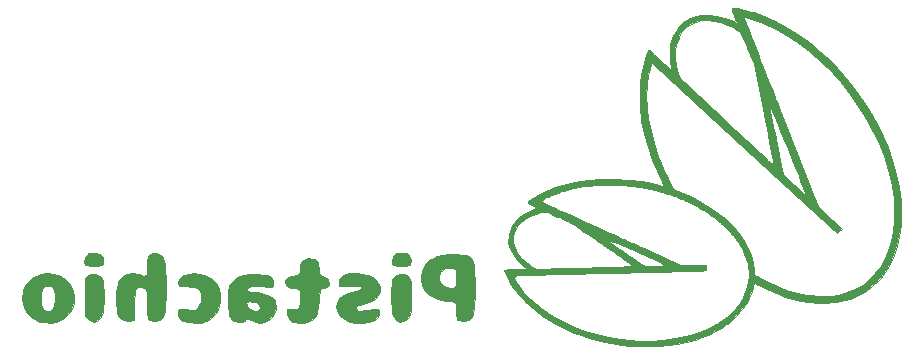
<source format=gbo>
G04 #@! TF.GenerationSoftware,KiCad,Pcbnew,(5.1.5)-3*
G04 #@! TF.CreationDate,2020-10-14T22:05:02+09:00*
G04 #@! TF.ProjectId,Pistachio_MacroPad_bottom,50697374-6163-4686-996f-5f4d6163726f,rev?*
G04 #@! TF.SameCoordinates,Original*
G04 #@! TF.FileFunction,Legend,Bot*
G04 #@! TF.FilePolarity,Positive*
%FSLAX46Y46*%
G04 Gerber Fmt 4.6, Leading zero omitted, Abs format (unit mm)*
G04 Created by KiCad (PCBNEW (5.1.5)-3) date 2020-10-14 22:05:02*
%MOMM*%
%LPD*%
G04 APERTURE LIST*
%ADD10C,0.010000*%
G04 APERTURE END LIST*
D10*
G36*
X38346582Y-142005886D02*
G01*
X38142810Y-142034950D01*
X38079175Y-142057463D01*
X37918101Y-142241598D01*
X37821427Y-142498299D01*
X37802122Y-142762513D01*
X37873153Y-142969183D01*
X37892933Y-142991734D01*
X38035029Y-143046914D01*
X38311214Y-143082288D01*
X38645875Y-143093334D01*
X38993994Y-143085912D01*
X39206552Y-143059418D01*
X39316844Y-143007506D01*
X39348608Y-142959409D01*
X39400269Y-142655368D01*
X39347932Y-142355354D01*
X39230666Y-142162000D01*
X39059830Y-142049402D01*
X38809086Y-141999802D01*
X38616833Y-141993963D01*
X38346582Y-142005886D01*
G37*
X38346582Y-142005886D02*
X38142810Y-142034950D01*
X38079175Y-142057463D01*
X37918101Y-142241598D01*
X37821427Y-142498299D01*
X37802122Y-142762513D01*
X37873153Y-142969183D01*
X37892933Y-142991734D01*
X38035029Y-143046914D01*
X38311214Y-143082288D01*
X38645875Y-143093334D01*
X38993994Y-143085912D01*
X39206552Y-143059418D01*
X39316844Y-143007506D01*
X39348608Y-142959409D01*
X39400269Y-142655368D01*
X39347932Y-142355354D01*
X39230666Y-142162000D01*
X39059830Y-142049402D01*
X38809086Y-141999802D01*
X38616833Y-141993963D01*
X38346582Y-142005886D01*
G36*
X64280282Y-142033887D02*
G01*
X64028835Y-142165947D01*
X63897464Y-142401445D01*
X63868666Y-142660942D01*
X63881646Y-142857544D01*
X63940859Y-142983626D01*
X64076716Y-143054644D01*
X64319627Y-143086058D01*
X64700004Y-143093326D01*
X64719279Y-143093334D01*
X65040351Y-143085840D01*
X65234300Y-143056549D01*
X65342938Y-142995248D01*
X65389688Y-142929566D01*
X65472098Y-142636012D01*
X65391573Y-142348673D01*
X65301855Y-142215752D01*
X65171822Y-142082131D01*
X65014848Y-142015255D01*
X64769604Y-141993578D01*
X64666855Y-141992667D01*
X64280282Y-142033887D01*
G37*
X64280282Y-142033887D02*
X64028835Y-142165947D01*
X63897464Y-142401445D01*
X63868666Y-142660942D01*
X63881646Y-142857544D01*
X63940859Y-142983626D01*
X64076716Y-143054644D01*
X64319627Y-143086058D01*
X64700004Y-143093326D01*
X64719279Y-143093334D01*
X65040351Y-143085840D01*
X65234300Y-143056549D01*
X65342938Y-142995248D01*
X65389688Y-142929566D01*
X65472098Y-142636012D01*
X65391573Y-142348673D01*
X65301855Y-142215752D01*
X65171822Y-142082131D01*
X65014848Y-142015255D01*
X64769604Y-141993578D01*
X64666855Y-141992667D01*
X64280282Y-142033887D01*
G36*
X43376715Y-142096501D02*
G01*
X43294666Y-142162000D01*
X43211679Y-142269038D01*
X43160696Y-142414065D01*
X43134446Y-142637190D01*
X43125656Y-142978522D01*
X43125333Y-143095991D01*
X43117727Y-143504403D01*
X43080680Y-143765184D01*
X42992853Y-143899841D01*
X42832903Y-143929881D01*
X42579489Y-143876813D01*
X42403505Y-143823454D01*
X41881859Y-143725901D01*
X41423078Y-143776707D01*
X41039249Y-143971851D01*
X40742461Y-144307314D01*
X40694036Y-144391976D01*
X40619624Y-144624571D01*
X40562360Y-144981329D01*
X40523564Y-145417818D01*
X40504557Y-145889608D01*
X40506659Y-146352270D01*
X40531191Y-146761373D01*
X40579474Y-147072487D01*
X40611355Y-147173686D01*
X40809748Y-147497180D01*
X41087142Y-147680965D01*
X41465180Y-147737650D01*
X41572842Y-147733772D01*
X41982333Y-147707667D01*
X42024666Y-146429125D01*
X42049189Y-145861721D01*
X42080850Y-145448698D01*
X42121310Y-145175193D01*
X42172232Y-145026342D01*
X42183200Y-145010959D01*
X42381625Y-144890676D01*
X42633086Y-144891249D01*
X42876794Y-145008158D01*
X42941241Y-145067290D01*
X43017773Y-145161733D01*
X43069647Y-145274376D01*
X43101593Y-145437994D01*
X43118342Y-145685358D01*
X43124622Y-146049241D01*
X43125333Y-146342856D01*
X43131993Y-146766996D01*
X43150165Y-147140300D01*
X43177136Y-147424290D01*
X43210194Y-147580488D01*
X43212979Y-147586233D01*
X43354316Y-147692663D01*
X43597398Y-147747355D01*
X43882014Y-147748014D01*
X44147955Y-147692344D01*
X44279435Y-147626879D01*
X44412064Y-147472819D01*
X44516773Y-147208985D01*
X44595284Y-146823668D01*
X44649319Y-146305159D01*
X44680599Y-145641747D01*
X44690843Y-144829000D01*
X44684139Y-144088930D01*
X44661064Y-143498486D01*
X44618434Y-143038474D01*
X44553065Y-142689703D01*
X44461773Y-142432977D01*
X44341374Y-142249106D01*
X44248323Y-142161387D01*
X43965104Y-142024435D01*
X43653152Y-142002820D01*
X43376715Y-142096501D01*
G37*
X43376715Y-142096501D02*
X43294666Y-142162000D01*
X43211679Y-142269038D01*
X43160696Y-142414065D01*
X43134446Y-142637190D01*
X43125656Y-142978522D01*
X43125333Y-143095991D01*
X43117727Y-143504403D01*
X43080680Y-143765184D01*
X42992853Y-143899841D01*
X42832903Y-143929881D01*
X42579489Y-143876813D01*
X42403505Y-143823454D01*
X41881859Y-143725901D01*
X41423078Y-143776707D01*
X41039249Y-143971851D01*
X40742461Y-144307314D01*
X40694036Y-144391976D01*
X40619624Y-144624571D01*
X40562360Y-144981329D01*
X40523564Y-145417818D01*
X40504557Y-145889608D01*
X40506659Y-146352270D01*
X40531191Y-146761373D01*
X40579474Y-147072487D01*
X40611355Y-147173686D01*
X40809748Y-147497180D01*
X41087142Y-147680965D01*
X41465180Y-147737650D01*
X41572842Y-147733772D01*
X41982333Y-147707667D01*
X42024666Y-146429125D01*
X42049189Y-145861721D01*
X42080850Y-145448698D01*
X42121310Y-145175193D01*
X42172232Y-145026342D01*
X42183200Y-145010959D01*
X42381625Y-144890676D01*
X42633086Y-144891249D01*
X42876794Y-145008158D01*
X42941241Y-145067290D01*
X43017773Y-145161733D01*
X43069647Y-145274376D01*
X43101593Y-145437994D01*
X43118342Y-145685358D01*
X43124622Y-146049241D01*
X43125333Y-146342856D01*
X43131993Y-146766996D01*
X43150165Y-147140300D01*
X43177136Y-147424290D01*
X43210194Y-147580488D01*
X43212979Y-147586233D01*
X43354316Y-147692663D01*
X43597398Y-147747355D01*
X43882014Y-147748014D01*
X44147955Y-147692344D01*
X44279435Y-147626879D01*
X44412064Y-147472819D01*
X44516773Y-147208985D01*
X44595284Y-146823668D01*
X44649319Y-146305159D01*
X44680599Y-145641747D01*
X44690843Y-144829000D01*
X44684139Y-144088930D01*
X44661064Y-143498486D01*
X44618434Y-143038474D01*
X44553065Y-142689703D01*
X44461773Y-142432977D01*
X44341374Y-142249106D01*
X44248323Y-142161387D01*
X43965104Y-142024435D01*
X43653152Y-142002820D01*
X43376715Y-142096501D01*
G36*
X68581213Y-142123226D02*
G01*
X68242572Y-142137443D01*
X67991706Y-142167626D01*
X67787878Y-142219084D01*
X67590351Y-142297125D01*
X67551666Y-142314706D01*
X67015244Y-142635363D01*
X66628492Y-143034773D01*
X66390406Y-143514419D01*
X66299980Y-144075786D01*
X66299062Y-144163427D01*
X66366223Y-144705589D01*
X66562506Y-145151325D01*
X66892167Y-145504159D01*
X67359460Y-145767616D01*
X67968639Y-145945220D01*
X68548177Y-146026707D01*
X68856492Y-146066006D01*
X69096013Y-146117536D01*
X69218804Y-146170732D01*
X69222537Y-146175309D01*
X69252783Y-146300556D01*
X69275297Y-146545471D01*
X69285775Y-146860426D01*
X69286037Y-146907567D01*
X69300433Y-147266748D01*
X69338570Y-147527912D01*
X69388933Y-147648400D01*
X69540809Y-147712114D01*
X69790717Y-147742343D01*
X70070511Y-147738153D01*
X70312049Y-147698613D01*
X70402525Y-147662269D01*
X70508416Y-147539500D01*
X70628313Y-147312962D01*
X70698858Y-147135677D01*
X70752370Y-146959488D01*
X70792025Y-146762976D01*
X70819651Y-146518946D01*
X70837073Y-146200203D01*
X70846115Y-145779552D01*
X70848604Y-145229798D01*
X70848012Y-144913667D01*
X70841470Y-144152478D01*
X70831225Y-143863004D01*
X69288115Y-143863004D01*
X69285411Y-144182833D01*
X69265935Y-144490110D01*
X69231503Y-144732108D01*
X69185733Y-144854400D01*
X68999508Y-144937793D01*
X68726076Y-144947609D01*
X68428738Y-144887862D01*
X68216562Y-144792903D01*
X67961572Y-144555855D01*
X67825831Y-144256736D01*
X67810015Y-143938473D01*
X67914801Y-143643993D01*
X68140865Y-143416223D01*
X68194388Y-143385674D01*
X68443292Y-143300037D01*
X68726800Y-143263497D01*
X68990440Y-143275483D01*
X69179738Y-143335425D01*
X69235941Y-143396592D01*
X69272230Y-143583348D01*
X69288115Y-143863004D01*
X70831225Y-143863004D01*
X70819919Y-143543607D01*
X70772432Y-143070088D01*
X70688081Y-142714954D01*
X70555937Y-142461239D01*
X70365072Y-142291977D01*
X70104558Y-142190202D01*
X69763467Y-142138947D01*
X69330871Y-142121247D01*
X69048366Y-142119667D01*
X68581213Y-142123226D01*
G37*
X68581213Y-142123226D02*
X68242572Y-142137443D01*
X67991706Y-142167626D01*
X67787878Y-142219084D01*
X67590351Y-142297125D01*
X67551666Y-142314706D01*
X67015244Y-142635363D01*
X66628492Y-143034773D01*
X66390406Y-143514419D01*
X66299980Y-144075786D01*
X66299062Y-144163427D01*
X66366223Y-144705589D01*
X66562506Y-145151325D01*
X66892167Y-145504159D01*
X67359460Y-145767616D01*
X67968639Y-145945220D01*
X68548177Y-146026707D01*
X68856492Y-146066006D01*
X69096013Y-146117536D01*
X69218804Y-146170732D01*
X69222537Y-146175309D01*
X69252783Y-146300556D01*
X69275297Y-146545471D01*
X69285775Y-146860426D01*
X69286037Y-146907567D01*
X69300433Y-147266748D01*
X69338570Y-147527912D01*
X69388933Y-147648400D01*
X69540809Y-147712114D01*
X69790717Y-147742343D01*
X70070511Y-147738153D01*
X70312049Y-147698613D01*
X70402525Y-147662269D01*
X70508416Y-147539500D01*
X70628313Y-147312962D01*
X70698858Y-147135677D01*
X70752370Y-146959488D01*
X70792025Y-146762976D01*
X70819651Y-146518946D01*
X70837073Y-146200203D01*
X70846115Y-145779552D01*
X70848604Y-145229798D01*
X70848012Y-144913667D01*
X70841470Y-144152478D01*
X70831225Y-143863004D01*
X69288115Y-143863004D01*
X69285411Y-144182833D01*
X69265935Y-144490110D01*
X69231503Y-144732108D01*
X69185733Y-144854400D01*
X68999508Y-144937793D01*
X68726076Y-144947609D01*
X68428738Y-144887862D01*
X68216562Y-144792903D01*
X67961572Y-144555855D01*
X67825831Y-144256736D01*
X67810015Y-143938473D01*
X67914801Y-143643993D01*
X68140865Y-143416223D01*
X68194388Y-143385674D01*
X68443292Y-143300037D01*
X68726800Y-143263497D01*
X68990440Y-143275483D01*
X69179738Y-143335425D01*
X69235941Y-143396592D01*
X69272230Y-143583348D01*
X69288115Y-143863004D01*
X70831225Y-143863004D01*
X70819919Y-143543607D01*
X70772432Y-143070088D01*
X70688081Y-142714954D01*
X70555937Y-142461239D01*
X70365072Y-142291977D01*
X70104558Y-142190202D01*
X69763467Y-142138947D01*
X69330871Y-142121247D01*
X69048366Y-142119667D01*
X68581213Y-142123226D01*
G36*
X38342826Y-143793626D02*
G01*
X38061703Y-143911088D01*
X38033546Y-143932520D01*
X37964402Y-143993279D01*
X37913382Y-144063810D01*
X37877732Y-144168708D01*
X37854698Y-144332569D01*
X37841526Y-144579988D01*
X37835461Y-144935559D01*
X37833750Y-145423878D01*
X37833666Y-145717465D01*
X37833666Y-147340557D01*
X38110169Y-147587612D01*
X38408027Y-147784610D01*
X38688256Y-147817710D01*
X38969192Y-147688482D01*
X39001453Y-147664010D01*
X39163732Y-147501621D01*
X39282897Y-147289646D01*
X39364596Y-147002609D01*
X39414475Y-146615033D01*
X39438182Y-146101443D01*
X39442236Y-145675667D01*
X39437734Y-145224572D01*
X39425328Y-144816963D01*
X39406785Y-144491531D01*
X39383869Y-144286967D01*
X39377607Y-144259040D01*
X39232697Y-144026771D01*
X38978487Y-143863655D01*
X38665142Y-143781877D01*
X38342826Y-143793626D01*
G37*
X38342826Y-143793626D02*
X38061703Y-143911088D01*
X38033546Y-143932520D01*
X37964402Y-143993279D01*
X37913382Y-144063810D01*
X37877732Y-144168708D01*
X37854698Y-144332569D01*
X37841526Y-144579988D01*
X37835461Y-144935559D01*
X37833750Y-145423878D01*
X37833666Y-145717465D01*
X37833666Y-147340557D01*
X38110169Y-147587612D01*
X38408027Y-147784610D01*
X38688256Y-147817710D01*
X38969192Y-147688482D01*
X39001453Y-147664010D01*
X39163732Y-147501621D01*
X39282897Y-147289646D01*
X39364596Y-147002609D01*
X39414475Y-146615033D01*
X39438182Y-146101443D01*
X39442236Y-145675667D01*
X39437734Y-145224572D01*
X39425328Y-144816963D01*
X39406785Y-144491531D01*
X39383869Y-144286967D01*
X39377607Y-144259040D01*
X39232697Y-144026771D01*
X38978487Y-143863655D01*
X38665142Y-143781877D01*
X38342826Y-143793626D01*
G36*
X64283049Y-143837223D02*
G01*
X64084493Y-143970476D01*
X63960700Y-144139042D01*
X63879579Y-144376230D01*
X63824650Y-144731143D01*
X63822476Y-144751177D01*
X63794843Y-145170296D01*
X63790868Y-145646786D01*
X63807867Y-146139863D01*
X63843158Y-146608746D01*
X63894057Y-147012650D01*
X63957880Y-147310794D01*
X63997763Y-147415388D01*
X64214386Y-147678202D01*
X64499748Y-147810497D01*
X64810729Y-147801989D01*
X65069790Y-147671086D01*
X65225542Y-147485897D01*
X65358821Y-147224812D01*
X65386678Y-147143934D01*
X65429990Y-146908078D01*
X65461251Y-146556083D01*
X65480487Y-146127184D01*
X65487727Y-145660616D01*
X65482999Y-145195614D01*
X65466330Y-144771414D01*
X65437750Y-144427249D01*
X65397285Y-144202356D01*
X65384555Y-144167676D01*
X65197206Y-143941792D01*
X64915370Y-143805991D01*
X64592750Y-143768419D01*
X64283049Y-143837223D01*
G37*
X64283049Y-143837223D02*
X64084493Y-143970476D01*
X63960700Y-144139042D01*
X63879579Y-144376230D01*
X63824650Y-144731143D01*
X63822476Y-144751177D01*
X63794843Y-145170296D01*
X63790868Y-145646786D01*
X63807867Y-146139863D01*
X63843158Y-146608746D01*
X63894057Y-147012650D01*
X63957880Y-147310794D01*
X63997763Y-147415388D01*
X64214386Y-147678202D01*
X64499748Y-147810497D01*
X64810729Y-147801989D01*
X65069790Y-147671086D01*
X65225542Y-147485897D01*
X65358821Y-147224812D01*
X65386678Y-147143934D01*
X65429990Y-146908078D01*
X65461251Y-146556083D01*
X65480487Y-146127184D01*
X65487727Y-145660616D01*
X65482999Y-145195614D01*
X65466330Y-144771414D01*
X65437750Y-144427249D01*
X65397285Y-144202356D01*
X65384555Y-144167676D01*
X65197206Y-143941792D01*
X64915370Y-143805991D01*
X64592750Y-143768419D01*
X64283049Y-143837223D01*
G36*
X34100860Y-143820510D02*
G01*
X33581660Y-144026007D01*
X33134998Y-144343972D01*
X32791434Y-144765090D01*
X32713545Y-144909099D01*
X32576501Y-145345136D01*
X32532089Y-145847315D01*
X32582432Y-146338661D01*
X32666510Y-146614657D01*
X32924173Y-147045005D01*
X33299996Y-147429627D01*
X33685000Y-147686137D01*
X34054530Y-147814003D01*
X34513730Y-147883208D01*
X34992029Y-147889832D01*
X35418855Y-147829959D01*
X35550816Y-147789720D01*
X36057617Y-147523732D01*
X36450750Y-147159643D01*
X36728617Y-146723150D01*
X36889622Y-146239953D01*
X36916529Y-145921068D01*
X35347687Y-145921068D01*
X35344578Y-146108749D01*
X35277904Y-146449880D01*
X35117416Y-146710633D01*
X34894700Y-146872896D01*
X34641339Y-146918558D01*
X34388919Y-146829507D01*
X34269622Y-146725173D01*
X34185811Y-146599943D01*
X34136206Y-146424677D01*
X34113043Y-146157018D01*
X34108333Y-145845298D01*
X34127554Y-145394275D01*
X34194612Y-145086103D01*
X34323598Y-144897694D01*
X34528605Y-144805962D01*
X34754504Y-144786667D01*
X34995852Y-144818254D01*
X35166614Y-144926805D01*
X35276019Y-145133002D01*
X35333300Y-145457529D01*
X35347687Y-145921068D01*
X36916529Y-145921068D01*
X36932167Y-145735749D01*
X36854655Y-145236235D01*
X36655490Y-144767110D01*
X36333074Y-144354072D01*
X35885810Y-144022818D01*
X35788071Y-143971973D01*
X35234627Y-143784178D01*
X34662036Y-143736795D01*
X34100860Y-143820510D01*
G37*
X34100860Y-143820510D02*
X33581660Y-144026007D01*
X33134998Y-144343972D01*
X32791434Y-144765090D01*
X32713545Y-144909099D01*
X32576501Y-145345136D01*
X32532089Y-145847315D01*
X32582432Y-146338661D01*
X32666510Y-146614657D01*
X32924173Y-147045005D01*
X33299996Y-147429627D01*
X33685000Y-147686137D01*
X34054530Y-147814003D01*
X34513730Y-147883208D01*
X34992029Y-147889832D01*
X35418855Y-147829959D01*
X35550816Y-147789720D01*
X36057617Y-147523732D01*
X36450750Y-147159643D01*
X36728617Y-146723150D01*
X36889622Y-146239953D01*
X36916529Y-145921068D01*
X35347687Y-145921068D01*
X35344578Y-146108749D01*
X35277904Y-146449880D01*
X35117416Y-146710633D01*
X34894700Y-146872896D01*
X34641339Y-146918558D01*
X34388919Y-146829507D01*
X34269622Y-146725173D01*
X34185811Y-146599943D01*
X34136206Y-146424677D01*
X34113043Y-146157018D01*
X34108333Y-145845298D01*
X34127554Y-145394275D01*
X34194612Y-145086103D01*
X34323598Y-144897694D01*
X34528605Y-144805962D01*
X34754504Y-144786667D01*
X34995852Y-144818254D01*
X35166614Y-144926805D01*
X35276019Y-145133002D01*
X35333300Y-145457529D01*
X35347687Y-145921068D01*
X36916529Y-145921068D01*
X36932167Y-145735749D01*
X36854655Y-145236235D01*
X36655490Y-144767110D01*
X36333074Y-144354072D01*
X35885810Y-144022818D01*
X35788071Y-143971973D01*
X35234627Y-143784178D01*
X34662036Y-143736795D01*
X34100860Y-143820510D01*
G36*
X46639089Y-143741157D02*
G01*
X46276971Y-143846756D01*
X45993170Y-144019511D01*
X45814018Y-144257032D01*
X45765845Y-144556932D01*
X45767045Y-144570492D01*
X45792333Y-144829000D01*
X46473079Y-144837686D01*
X46819082Y-144853537D01*
X47117392Y-144887615D01*
X47312645Y-144933156D01*
X47334131Y-144942869D01*
X47525146Y-145132953D01*
X47643008Y-145427503D01*
X47686021Y-145777467D01*
X47652490Y-146133793D01*
X47540719Y-146447430D01*
X47392645Y-146635663D01*
X47264226Y-146735286D01*
X47136182Y-146791151D01*
X46962119Y-146810524D01*
X46695644Y-146800672D01*
X46455650Y-146782423D01*
X46112834Y-146756482D01*
X45902363Y-146752006D01*
X45787826Y-146776503D01*
X45732811Y-146837484D01*
X45702067Y-146937833D01*
X45695720Y-147258557D01*
X45819727Y-147545976D01*
X46045651Y-147740275D01*
X46241962Y-147799044D01*
X46549815Y-147851127D01*
X46911438Y-147887382D01*
X47013065Y-147893383D01*
X47392362Y-147905630D01*
X47661700Y-147891862D01*
X47879558Y-147843457D01*
X48104415Y-147751791D01*
X48163000Y-147723814D01*
X48566860Y-147486748D01*
X48857629Y-147202774D01*
X49088125Y-146816926D01*
X49137343Y-146709856D01*
X49299186Y-146154517D01*
X49313417Y-145586949D01*
X49186388Y-145042312D01*
X48924448Y-144555762D01*
X48702835Y-144304125D01*
X48344103Y-144038106D01*
X47932031Y-143851189D01*
X47492950Y-143740985D01*
X47053193Y-143705104D01*
X46639089Y-143741157D01*
G37*
X46639089Y-143741157D02*
X46276971Y-143846756D01*
X45993170Y-144019511D01*
X45814018Y-144257032D01*
X45765845Y-144556932D01*
X45767045Y-144570492D01*
X45792333Y-144829000D01*
X46473079Y-144837686D01*
X46819082Y-144853537D01*
X47117392Y-144887615D01*
X47312645Y-144933156D01*
X47334131Y-144942869D01*
X47525146Y-145132953D01*
X47643008Y-145427503D01*
X47686021Y-145777467D01*
X47652490Y-146133793D01*
X47540719Y-146447430D01*
X47392645Y-146635663D01*
X47264226Y-146735286D01*
X47136182Y-146791151D01*
X46962119Y-146810524D01*
X46695644Y-146800672D01*
X46455650Y-146782423D01*
X46112834Y-146756482D01*
X45902363Y-146752006D01*
X45787826Y-146776503D01*
X45732811Y-146837484D01*
X45702067Y-146937833D01*
X45695720Y-147258557D01*
X45819727Y-147545976D01*
X46045651Y-147740275D01*
X46241962Y-147799044D01*
X46549815Y-147851127D01*
X46911438Y-147887382D01*
X47013065Y-147893383D01*
X47392362Y-147905630D01*
X47661700Y-147891862D01*
X47879558Y-147843457D01*
X48104415Y-147751791D01*
X48163000Y-147723814D01*
X48566860Y-147486748D01*
X48857629Y-147202774D01*
X49088125Y-146816926D01*
X49137343Y-146709856D01*
X49299186Y-146154517D01*
X49313417Y-145586949D01*
X49186388Y-145042312D01*
X48924448Y-144555762D01*
X48702835Y-144304125D01*
X48344103Y-144038106D01*
X47932031Y-143851189D01*
X47492950Y-143740985D01*
X47053193Y-143705104D01*
X46639089Y-143741157D01*
G36*
X51802988Y-143745354D02*
G01*
X51231559Y-143849226D01*
X50740192Y-144047665D01*
X50351350Y-144333598D01*
X50087496Y-144699948D01*
X50040512Y-144811975D01*
X50019044Y-144951639D01*
X50000219Y-145222838D01*
X49985948Y-145587773D01*
X49978144Y-146008646D01*
X49977793Y-146052234D01*
X49983259Y-146612366D01*
X50013812Y-147028843D01*
X50077139Y-147326449D01*
X50180923Y-147529966D01*
X50332849Y-147664175D01*
X50501395Y-147740821D01*
X50860024Y-147825919D01*
X51162214Y-147822269D01*
X51370007Y-147732789D01*
X51420080Y-147670166D01*
X51476518Y-147582739D01*
X51550498Y-147554645D01*
X51685254Y-147589177D01*
X51924022Y-147689630D01*
X51975806Y-147712500D01*
X52372504Y-147860983D01*
X52696865Y-147907073D01*
X53009746Y-147852940D01*
X53251376Y-147758007D01*
X53639885Y-147506134D01*
X53887027Y-147163906D01*
X53997636Y-146723593D01*
X54001091Y-146643249D01*
X52660162Y-146643249D01*
X52604628Y-146780396D01*
X52413856Y-146886583D01*
X52139507Y-146881509D01*
X51843022Y-146774794D01*
X51654264Y-146622774D01*
X51541715Y-146429085D01*
X51524869Y-146245415D01*
X51601707Y-146134930D01*
X51765878Y-146100396D01*
X52015688Y-146110449D01*
X52276215Y-146155879D01*
X52472538Y-146227478D01*
X52498888Y-146245205D01*
X52630236Y-146427723D01*
X52660162Y-146643249D01*
X54001091Y-146643249D01*
X54005000Y-146552389D01*
X53984235Y-146217258D01*
X53912722Y-145992788D01*
X53835666Y-145883931D01*
X53514521Y-145636540D01*
X53057724Y-145451613D01*
X52490296Y-145338144D01*
X52255924Y-145315977D01*
X51886422Y-145284424D01*
X51660154Y-145243870D01*
X51551034Y-145182980D01*
X51532980Y-145090419D01*
X51556180Y-145011890D01*
X51698290Y-144867942D01*
X51973961Y-144788970D01*
X52358184Y-144780543D01*
X52523333Y-144796481D01*
X52881421Y-144832839D01*
X53250477Y-144857834D01*
X53391166Y-144862960D01*
X53633564Y-144862485D01*
X53751516Y-144827752D01*
X53789855Y-144728759D01*
X53793333Y-144593839D01*
X53740088Y-144276718D01*
X53567859Y-144050496D01*
X53257904Y-143895168D01*
X53096172Y-143849613D01*
X52432013Y-143743124D01*
X51802988Y-143745354D01*
G37*
X51802988Y-143745354D02*
X51231559Y-143849226D01*
X50740192Y-144047665D01*
X50351350Y-144333598D01*
X50087496Y-144699948D01*
X50040512Y-144811975D01*
X50019044Y-144951639D01*
X50000219Y-145222838D01*
X49985948Y-145587773D01*
X49978144Y-146008646D01*
X49977793Y-146052234D01*
X49983259Y-146612366D01*
X50013812Y-147028843D01*
X50077139Y-147326449D01*
X50180923Y-147529966D01*
X50332849Y-147664175D01*
X50501395Y-147740821D01*
X50860024Y-147825919D01*
X51162214Y-147822269D01*
X51370007Y-147732789D01*
X51420080Y-147670166D01*
X51476518Y-147582739D01*
X51550498Y-147554645D01*
X51685254Y-147589177D01*
X51924022Y-147689630D01*
X51975806Y-147712500D01*
X52372504Y-147860983D01*
X52696865Y-147907073D01*
X53009746Y-147852940D01*
X53251376Y-147758007D01*
X53639885Y-147506134D01*
X53887027Y-147163906D01*
X53997636Y-146723593D01*
X54001091Y-146643249D01*
X52660162Y-146643249D01*
X52604628Y-146780396D01*
X52413856Y-146886583D01*
X52139507Y-146881509D01*
X51843022Y-146774794D01*
X51654264Y-146622774D01*
X51541715Y-146429085D01*
X51524869Y-146245415D01*
X51601707Y-146134930D01*
X51765878Y-146100396D01*
X52015688Y-146110449D01*
X52276215Y-146155879D01*
X52472538Y-146227478D01*
X52498888Y-146245205D01*
X52630236Y-146427723D01*
X52660162Y-146643249D01*
X54001091Y-146643249D01*
X54005000Y-146552389D01*
X53984235Y-146217258D01*
X53912722Y-145992788D01*
X53835666Y-145883931D01*
X53514521Y-145636540D01*
X53057724Y-145451613D01*
X52490296Y-145338144D01*
X52255924Y-145315977D01*
X51886422Y-145284424D01*
X51660154Y-145243870D01*
X51551034Y-145182980D01*
X51532980Y-145090419D01*
X51556180Y-145011890D01*
X51698290Y-144867942D01*
X51973961Y-144788970D01*
X52358184Y-144780543D01*
X52523333Y-144796481D01*
X52881421Y-144832839D01*
X53250477Y-144857834D01*
X53391166Y-144862960D01*
X53633564Y-144862485D01*
X53751516Y-144827752D01*
X53789855Y-144728759D01*
X53793333Y-144593839D01*
X53740088Y-144276718D01*
X53567859Y-144050496D01*
X53257904Y-143895168D01*
X53096172Y-143849613D01*
X52432013Y-143743124D01*
X51802988Y-143745354D01*
G36*
X56565119Y-142506648D02*
G01*
X56317487Y-142616468D01*
X56165662Y-142804371D01*
X56092649Y-143101334D01*
X56079333Y-143392200D01*
X56058815Y-143642152D01*
X55974887Y-143799891D01*
X55793994Y-143894474D01*
X55482577Y-143954956D01*
X55419846Y-143963226D01*
X55088837Y-144036087D01*
X54896689Y-144166263D01*
X54816295Y-144377487D01*
X54809333Y-144497722D01*
X54856689Y-144738521D01*
X55012289Y-144884431D01*
X55296433Y-144949426D01*
X55475053Y-144956000D01*
X55743120Y-144979772D01*
X55920024Y-145069069D01*
X56023265Y-145250864D01*
X56070343Y-145552127D01*
X56079333Y-145887333D01*
X56065700Y-146303702D01*
X56012280Y-146576165D01*
X55900289Y-146728844D01*
X55710944Y-146785858D01*
X55425462Y-146771328D01*
X55394086Y-146767292D01*
X54978666Y-146712185D01*
X54978666Y-147057038D01*
X55038928Y-147408564D01*
X55180126Y-147636101D01*
X55309728Y-147764153D01*
X55457622Y-147839090D01*
X55676545Y-147878517D01*
X55963292Y-147897513D01*
X56359020Y-147897897D01*
X56662316Y-147848204D01*
X56908486Y-147755195D01*
X57179765Y-147581281D01*
X57381710Y-147332460D01*
X57524008Y-146985544D01*
X57616344Y-146517346D01*
X57666538Y-145940429D01*
X57695138Y-145565923D01*
X57734395Y-145263294D01*
X57778664Y-145069725D01*
X57806141Y-145020797D01*
X57955965Y-144973735D01*
X58134315Y-144957297D01*
X58358082Y-144892475D01*
X58489462Y-144730846D01*
X58528955Y-144517184D01*
X58477065Y-144296262D01*
X58334291Y-144112854D01*
X58123774Y-144015880D01*
X57891961Y-143951763D01*
X57756464Y-143848628D01*
X57682766Y-143661457D01*
X57641013Y-143386246D01*
X57594828Y-143018084D01*
X57547711Y-142782461D01*
X57481779Y-142643435D01*
X57379151Y-142565061D01*
X57221945Y-142511396D01*
X57203176Y-142506182D01*
X56778578Y-142467089D01*
X56565119Y-142506648D01*
G37*
X56565119Y-142506648D02*
X56317487Y-142616468D01*
X56165662Y-142804371D01*
X56092649Y-143101334D01*
X56079333Y-143392200D01*
X56058815Y-143642152D01*
X55974887Y-143799891D01*
X55793994Y-143894474D01*
X55482577Y-143954956D01*
X55419846Y-143963226D01*
X55088837Y-144036087D01*
X54896689Y-144166263D01*
X54816295Y-144377487D01*
X54809333Y-144497722D01*
X54856689Y-144738521D01*
X55012289Y-144884431D01*
X55296433Y-144949426D01*
X55475053Y-144956000D01*
X55743120Y-144979772D01*
X55920024Y-145069069D01*
X56023265Y-145250864D01*
X56070343Y-145552127D01*
X56079333Y-145887333D01*
X56065700Y-146303702D01*
X56012280Y-146576165D01*
X55900289Y-146728844D01*
X55710944Y-146785858D01*
X55425462Y-146771328D01*
X55394086Y-146767292D01*
X54978666Y-146712185D01*
X54978666Y-147057038D01*
X55038928Y-147408564D01*
X55180126Y-147636101D01*
X55309728Y-147764153D01*
X55457622Y-147839090D01*
X55676545Y-147878517D01*
X55963292Y-147897513D01*
X56359020Y-147897897D01*
X56662316Y-147848204D01*
X56908486Y-147755195D01*
X57179765Y-147581281D01*
X57381710Y-147332460D01*
X57524008Y-146985544D01*
X57616344Y-146517346D01*
X57666538Y-145940429D01*
X57695138Y-145565923D01*
X57734395Y-145263294D01*
X57778664Y-145069725D01*
X57806141Y-145020797D01*
X57955965Y-144973735D01*
X58134315Y-144957297D01*
X58358082Y-144892475D01*
X58489462Y-144730846D01*
X58528955Y-144517184D01*
X58477065Y-144296262D01*
X58334291Y-144112854D01*
X58123774Y-144015880D01*
X57891961Y-143951763D01*
X57756464Y-143848628D01*
X57682766Y-143661457D01*
X57641013Y-143386246D01*
X57594828Y-143018084D01*
X57547711Y-142782461D01*
X57481779Y-142643435D01*
X57379151Y-142565061D01*
X57221945Y-142511396D01*
X57203176Y-142506182D01*
X56778578Y-142467089D01*
X56565119Y-142506648D01*
G36*
X60246404Y-143729884D02*
G01*
X59815461Y-143832220D01*
X59527237Y-144021307D01*
X59376412Y-144301683D01*
X59350158Y-144494571D01*
X59339000Y-144829000D01*
X60238308Y-144798349D01*
X60690862Y-144790206D01*
X60992027Y-144803001D01*
X61158602Y-144837983D01*
X61200826Y-144869974D01*
X61211918Y-144996381D01*
X61077364Y-145116023D01*
X60789014Y-145233671D01*
X60397333Y-145340352D01*
X59998605Y-145453402D01*
X59717046Y-145582651D01*
X59500675Y-145752180D01*
X59493844Y-145758940D01*
X59247221Y-146107458D01*
X59153059Y-146487239D01*
X59205045Y-146870680D01*
X59396870Y-147230176D01*
X59722221Y-147538126D01*
X59928990Y-147662103D01*
X60323675Y-147804575D01*
X60804030Y-147890598D01*
X61311786Y-147917552D01*
X61788673Y-147882818D01*
X62176425Y-147783778D01*
X62219391Y-147765047D01*
X62542387Y-147534395D01*
X62727631Y-147217182D01*
X62768000Y-146948739D01*
X62751773Y-146816194D01*
X62684113Y-146738993D01*
X62536554Y-146712023D01*
X62280626Y-146730171D01*
X61887862Y-146788323D01*
X61881041Y-146789432D01*
X61503128Y-146850217D01*
X61255075Y-146884345D01*
X61099497Y-146891671D01*
X60999009Y-146872050D01*
X60916228Y-146825339D01*
X60861211Y-146785495D01*
X60762092Y-146651238D01*
X60824779Y-146520121D01*
X61041794Y-146399247D01*
X61368395Y-146303849D01*
X61947282Y-146125776D01*
X62386809Y-145885124D01*
X62680309Y-145588302D01*
X62821112Y-145241723D01*
X62815696Y-144912477D01*
X62679039Y-144567509D01*
X62425969Y-144240044D01*
X62104007Y-143990008D01*
X62069367Y-143971319D01*
X61762913Y-143860933D01*
X61350298Y-143775842D01*
X60893832Y-143724300D01*
X60455827Y-143714559D01*
X60246404Y-143729884D01*
G37*
X60246404Y-143729884D02*
X59815461Y-143832220D01*
X59527237Y-144021307D01*
X59376412Y-144301683D01*
X59350158Y-144494571D01*
X59339000Y-144829000D01*
X60238308Y-144798349D01*
X60690862Y-144790206D01*
X60992027Y-144803001D01*
X61158602Y-144837983D01*
X61200826Y-144869974D01*
X61211918Y-144996381D01*
X61077364Y-145116023D01*
X60789014Y-145233671D01*
X60397333Y-145340352D01*
X59998605Y-145453402D01*
X59717046Y-145582651D01*
X59500675Y-145752180D01*
X59493844Y-145758940D01*
X59247221Y-146107458D01*
X59153059Y-146487239D01*
X59205045Y-146870680D01*
X59396870Y-147230176D01*
X59722221Y-147538126D01*
X59928990Y-147662103D01*
X60323675Y-147804575D01*
X60804030Y-147890598D01*
X61311786Y-147917552D01*
X61788673Y-147882818D01*
X62176425Y-147783778D01*
X62219391Y-147765047D01*
X62542387Y-147534395D01*
X62727631Y-147217182D01*
X62768000Y-146948739D01*
X62751773Y-146816194D01*
X62684113Y-146738993D01*
X62536554Y-146712023D01*
X62280626Y-146730171D01*
X61887862Y-146788323D01*
X61881041Y-146789432D01*
X61503128Y-146850217D01*
X61255075Y-146884345D01*
X61099497Y-146891671D01*
X60999009Y-146872050D01*
X60916228Y-146825339D01*
X60861211Y-146785495D01*
X60762092Y-146651238D01*
X60824779Y-146520121D01*
X61041794Y-146399247D01*
X61368395Y-146303849D01*
X61947282Y-146125776D01*
X62386809Y-145885124D01*
X62680309Y-145588302D01*
X62821112Y-145241723D01*
X62815696Y-144912477D01*
X62679039Y-144567509D01*
X62425969Y-144240044D01*
X62104007Y-143990008D01*
X62069367Y-143971319D01*
X61762913Y-143860933D01*
X61350298Y-143775842D01*
X60893832Y-143724300D01*
X60455827Y-143714559D01*
X60246404Y-143729884D01*
G36*
X92685863Y-121254654D02*
G01*
X92637401Y-121285483D01*
X92625185Y-121353552D01*
X92650610Y-121471995D01*
X92715073Y-121653941D01*
X92819971Y-121912523D01*
X92846602Y-121976206D01*
X92932739Y-122185042D01*
X93001790Y-122359019D01*
X93045535Y-122477006D01*
X93056800Y-122516445D01*
X93016120Y-122513806D01*
X92908801Y-122470698D01*
X92756924Y-122396159D01*
X92735909Y-122385083D01*
X92533283Y-122288352D01*
X92279638Y-122182522D01*
X92021552Y-122086727D01*
X91955611Y-122064562D01*
X91321194Y-121899327D01*
X90713808Y-121824202D01*
X90138930Y-121836647D01*
X89602034Y-121934121D01*
X89108595Y-122114081D01*
X88664090Y-122373988D01*
X88273993Y-122711300D01*
X87943780Y-123123475D01*
X87678926Y-123607972D01*
X87491907Y-124136322D01*
X87433038Y-124432938D01*
X87395248Y-124795257D01*
X87379546Y-125189386D01*
X87386944Y-125581429D01*
X87418452Y-125937492D01*
X87434999Y-126045262D01*
X87468222Y-126247207D01*
X87490646Y-126407294D01*
X87499199Y-126502244D01*
X87497366Y-126517967D01*
X87454550Y-126492780D01*
X87351294Y-126407380D01*
X87199528Y-126272858D01*
X87011185Y-126100309D01*
X86798198Y-125900826D01*
X86572498Y-125685500D01*
X86346017Y-125465426D01*
X86130689Y-125251697D01*
X86076590Y-125197104D01*
X85889985Y-125009014D01*
X85761396Y-124884793D01*
X85677653Y-124815815D01*
X85625586Y-124793458D01*
X85592025Y-124809097D01*
X85563801Y-124854107D01*
X85560987Y-124859469D01*
X85482567Y-125035919D01*
X85389249Y-125287706D01*
X85288467Y-125591052D01*
X85187658Y-125922176D01*
X85094256Y-126257303D01*
X85015698Y-126572653D01*
X84991995Y-126679035D01*
X84951102Y-126874885D01*
X84919285Y-127045974D01*
X84895411Y-127209178D01*
X84878350Y-127381375D01*
X84866968Y-127579442D01*
X84860134Y-127820255D01*
X84856716Y-128120692D01*
X84855583Y-128497630D01*
X84855519Y-128714000D01*
X84856474Y-129151000D01*
X84859904Y-129504534D01*
X84866835Y-129792725D01*
X84878293Y-130033694D01*
X84895303Y-130245566D01*
X84918893Y-130446462D01*
X84950089Y-130654507D01*
X84973203Y-130792153D01*
X85207133Y-131936319D01*
X85510443Y-133046350D01*
X85890095Y-134143568D01*
X86353049Y-135249298D01*
X86598728Y-135772502D01*
X86698248Y-135982367D01*
X86776505Y-136156431D01*
X86825389Y-136276002D01*
X86837214Y-136322120D01*
X86783661Y-136317711D01*
X86650901Y-136292100D01*
X86458130Y-136249352D01*
X86224550Y-136193535D01*
X86191050Y-136185248D01*
X85044824Y-135944725D01*
X83883381Y-135786622D01*
X82719379Y-135710903D01*
X81565472Y-135717532D01*
X80434318Y-135806470D01*
X79338572Y-135977683D01*
X78372657Y-136207827D01*
X78035250Y-136312299D01*
X77675217Y-136440653D01*
X77304200Y-136587083D01*
X76933839Y-136745782D01*
X76575774Y-136910942D01*
X76241646Y-137076757D01*
X75943095Y-137237421D01*
X75691761Y-137387125D01*
X75499286Y-137520062D01*
X75377308Y-137630427D01*
X75337470Y-137712412D01*
X75339073Y-137721171D01*
X75391425Y-137774643D01*
X75508550Y-137850943D01*
X75628948Y-137915276D01*
X75837601Y-138035744D01*
X75951621Y-138144806D01*
X75968819Y-138239922D01*
X75942465Y-138279455D01*
X75894069Y-138311606D01*
X75886400Y-138302816D01*
X75845354Y-138299477D01*
X75734240Y-138338407D01*
X75571101Y-138411284D01*
X75373977Y-138509784D01*
X75160910Y-138625585D01*
X75058276Y-138684868D01*
X74615011Y-138996760D01*
X74259189Y-139352416D01*
X73991018Y-139743516D01*
X73810704Y-140161742D01*
X73718455Y-140598778D01*
X73714478Y-141046305D01*
X73798980Y-141496005D01*
X73972168Y-141939561D01*
X74234248Y-142368654D01*
X74585429Y-142774968D01*
X74948568Y-143091918D01*
X75094714Y-143209235D01*
X75167082Y-143282407D01*
X75175747Y-143324659D01*
X75141832Y-143345705D01*
X75061039Y-143357188D01*
X74898031Y-143368032D01*
X74672190Y-143377371D01*
X74402900Y-143384338D01*
X74213725Y-143387185D01*
X73933694Y-143391285D01*
X73691351Y-143396865D01*
X73503981Y-143403362D01*
X73388870Y-143410217D01*
X73360557Y-143414909D01*
X73366964Y-143470895D01*
X73408033Y-143595035D01*
X73474061Y-143764081D01*
X73555341Y-143954789D01*
X73642168Y-144143910D01*
X73724837Y-144308199D01*
X73759159Y-144369652D01*
X73954055Y-144692836D01*
X74135828Y-144969413D01*
X74321779Y-145221122D01*
X74529209Y-145469697D01*
X74775419Y-145736877D01*
X75077710Y-146044398D01*
X75146768Y-146113000D01*
X75390484Y-146350995D01*
X75624963Y-146573758D01*
X75835461Y-146767748D01*
X76007232Y-146919428D01*
X76125531Y-147015260D01*
X76142548Y-147027257D01*
X76273847Y-147117000D01*
X76367296Y-147183590D01*
X76394400Y-147205057D01*
X76460574Y-147257947D01*
X76579589Y-147342485D01*
X76725961Y-147441776D01*
X76874208Y-147538928D01*
X76998846Y-147617047D01*
X77074392Y-147659239D01*
X77084275Y-147662400D01*
X77149668Y-147692684D01*
X77203200Y-147734169D01*
X77298962Y-147800091D01*
X77470356Y-147898719D01*
X77700165Y-148021511D01*
X77971173Y-148159922D01*
X78266163Y-148305406D01*
X78567918Y-148449419D01*
X78859223Y-148583417D01*
X79122861Y-148698855D01*
X79264600Y-148757250D01*
X79877683Y-148984945D01*
X80527952Y-149196377D01*
X81188627Y-149384292D01*
X81832925Y-149541440D01*
X82434064Y-149660569D01*
X82807518Y-149716538D01*
X82987972Y-149741229D01*
X83159661Y-149767631D01*
X83163118Y-149768209D01*
X83389240Y-149805010D01*
X83566073Y-149829771D01*
X83741692Y-149848283D01*
X83964174Y-149866337D01*
X84000349Y-149869049D01*
X84368307Y-149890892D01*
X84784120Y-149906313D01*
X85219605Y-149915036D01*
X85646576Y-149916784D01*
X86036849Y-149911280D01*
X86362238Y-149898250D01*
X86440904Y-149892988D01*
X87223621Y-149812019D01*
X88006284Y-149688960D01*
X88766081Y-149528849D01*
X89480201Y-149336722D01*
X90125831Y-149117615D01*
X90339000Y-149032306D01*
X90615273Y-148909485D01*
X90919961Y-148762546D01*
X91226428Y-148605384D01*
X91508038Y-148451893D01*
X91738151Y-148315968D01*
X91837600Y-148250603D01*
X92010777Y-148133152D01*
X92165624Y-148034636D01*
X92272475Y-147973820D01*
X92283094Y-147968859D01*
X92359554Y-147915684D01*
X92490659Y-147804331D01*
X92660143Y-147649384D01*
X92851740Y-147465428D01*
X92921325Y-147396579D01*
X93409470Y-146861842D01*
X93802304Y-146323719D01*
X94105890Y-145772062D01*
X94326294Y-145196726D01*
X94401927Y-144919200D01*
X94446523Y-144737013D01*
X94482097Y-144598458D01*
X94502193Y-144528508D01*
X94503857Y-144524853D01*
X94550062Y-144542255D01*
X94670457Y-144599051D01*
X94849234Y-144687488D01*
X95070588Y-144799810D01*
X95195280Y-144864052D01*
X96177183Y-145328804D01*
X97143303Y-145697127D01*
X98101268Y-145971454D01*
X99058705Y-146154223D01*
X99356000Y-146192603D01*
X99752164Y-146222782D01*
X100200363Y-146231705D01*
X100668854Y-146220643D01*
X101125897Y-146190869D01*
X101539752Y-146143653D01*
X101819800Y-146093875D01*
X102602882Y-145874233D01*
X103328476Y-145572381D01*
X103994552Y-145191237D01*
X104599081Y-144733719D01*
X105140032Y-144202747D01*
X105615376Y-143601238D01*
X106023082Y-142932111D01*
X106361120Y-142198285D01*
X106627461Y-141402679D01*
X106820075Y-140548211D01*
X106936931Y-139637800D01*
X106976000Y-138680586D01*
X106960538Y-138328333D01*
X106390282Y-138328333D01*
X106381348Y-139277742D01*
X106291320Y-140181527D01*
X106120528Y-141036008D01*
X105869302Y-141837506D01*
X105537971Y-142582341D01*
X105220015Y-143127949D01*
X104775762Y-143719553D01*
X104264139Y-144237844D01*
X103690946Y-144680001D01*
X103061981Y-145043202D01*
X102383043Y-145324625D01*
X101659930Y-145521449D01*
X100898442Y-145630852D01*
X100104377Y-145650012D01*
X100041800Y-145647654D01*
X99744101Y-145629494D01*
X99418367Y-145600711D01*
X99117197Y-145566252D01*
X99000400Y-145549705D01*
X98120028Y-145370832D01*
X97223868Y-145102612D01*
X96306705Y-144743138D01*
X95363324Y-144290504D01*
X94956289Y-144071192D01*
X94760812Y-143962564D01*
X94067795Y-143962564D01*
X94051753Y-144085452D01*
X94050146Y-144089798D01*
X94025129Y-144194168D01*
X94003348Y-144352960D01*
X93996065Y-144436600D01*
X93926160Y-144856000D01*
X93777713Y-145307322D01*
X93560246Y-145771814D01*
X93283277Y-146230725D01*
X92956328Y-146665304D01*
X92744134Y-146902393D01*
X92591283Y-147050659D01*
X92398145Y-147221187D01*
X92180909Y-147401563D01*
X91955765Y-147579374D01*
X91738904Y-147742205D01*
X91546515Y-147877642D01*
X91394788Y-147973271D01*
X91299914Y-148016677D01*
X91289198Y-148018000D01*
X91217817Y-148046049D01*
X91120551Y-148109319D01*
X91022413Y-148169762D01*
X90858504Y-148256973D01*
X90656056Y-148356806D01*
X90536354Y-148412791D01*
X89683709Y-148753838D01*
X88765018Y-149028465D01*
X87792715Y-149234782D01*
X86779230Y-149370900D01*
X85736995Y-149434927D01*
X84678442Y-149424973D01*
X84115815Y-149389119D01*
X83129849Y-149274800D01*
X82127149Y-149096556D01*
X81134397Y-148860863D01*
X80178274Y-148574196D01*
X79285463Y-148243032D01*
X79137600Y-148180935D01*
X78432528Y-147852135D01*
X77741952Y-147478036D01*
X77079584Y-147068421D01*
X76459135Y-146633069D01*
X75894318Y-146181763D01*
X75398845Y-145724284D01*
X74986428Y-145270415D01*
X74894269Y-145153912D01*
X74671898Y-144860539D01*
X74504298Y-144632229D01*
X74381916Y-144455401D01*
X74295197Y-144316475D01*
X74259073Y-144250976D01*
X74202115Y-144129664D01*
X74196293Y-144067098D01*
X74236856Y-144036670D01*
X74303437Y-143975591D01*
X74311664Y-143942894D01*
X74341162Y-143910955D01*
X74437656Y-143889184D01*
X74613260Y-143875885D01*
X74832364Y-143869997D01*
X75036198Y-143866356D01*
X75319048Y-143860474D01*
X75658365Y-143852864D01*
X76031604Y-143844039D01*
X76416217Y-143834511D01*
X76597600Y-143829856D01*
X77013812Y-143819111D01*
X77461103Y-143807685D01*
X77908349Y-143796363D01*
X78324423Y-143785934D01*
X78678201Y-143777183D01*
X78756600Y-143775268D01*
X79125241Y-143766273D01*
X79555087Y-143755743D01*
X80005775Y-143744669D01*
X80436943Y-143734043D01*
X80687000Y-143727861D01*
X81054315Y-143718940D01*
X81489521Y-143708650D01*
X81958933Y-143697770D01*
X82428866Y-143687079D01*
X82865633Y-143677357D01*
X82947600Y-143675563D01*
X83366214Y-143666172D01*
X83818116Y-143655583D01*
X84271550Y-143644571D01*
X84694759Y-143633910D01*
X85055990Y-143624376D01*
X85132000Y-143622284D01*
X85505759Y-143612198D01*
X85941130Y-143600945D01*
X86398149Y-143589528D01*
X86836852Y-143578952D01*
X87113200Y-143572550D01*
X87843449Y-143555571D01*
X88475055Y-143539937D01*
X89010965Y-143525552D01*
X89454126Y-143512317D01*
X89807486Y-143500138D01*
X90073992Y-143488916D01*
X90256590Y-143478554D01*
X90358229Y-143468957D01*
X90377100Y-143465245D01*
X90436222Y-143419668D01*
X90462467Y-143312762D01*
X90466000Y-143213036D01*
X90466000Y-143065000D01*
X86911351Y-143065000D01*
X86212176Y-143090400D01*
X85945170Y-143100346D01*
X85705606Y-143109724D01*
X85516462Y-143117603D01*
X85400715Y-143123050D01*
X85387149Y-143123845D01*
X85290129Y-143097399D01*
X85177716Y-143039200D01*
X84166800Y-143039200D01*
X84130101Y-143105626D01*
X84117763Y-143114710D01*
X84059451Y-143121363D01*
X83908547Y-143129969D01*
X83674035Y-143140224D01*
X83364897Y-143151824D01*
X82990116Y-143164467D01*
X82558675Y-143177849D01*
X82079558Y-143191665D01*
X81561748Y-143205614D01*
X81031663Y-143218967D01*
X80473731Y-143232625D01*
X79936982Y-143245905D01*
X79431632Y-143258544D01*
X78967899Y-143270281D01*
X78556002Y-143280853D01*
X78206159Y-143289999D01*
X77928587Y-143297456D01*
X77733503Y-143302963D01*
X77639000Y-143305958D01*
X77438358Y-143312686D01*
X77174410Y-143320662D01*
X76885425Y-143328762D01*
X76673800Y-143334281D01*
X76064200Y-143349562D01*
X75632400Y-143083087D01*
X75180750Y-142762368D01*
X74786301Y-142397353D01*
X74466221Y-142005223D01*
X74320024Y-141769600D01*
X74169445Y-141398585D01*
X74101421Y-141002464D01*
X74113941Y-140601704D01*
X74204991Y-140216769D01*
X74372558Y-139868128D01*
X74527096Y-139664521D01*
X74594411Y-139576636D01*
X74616400Y-139526423D01*
X74653937Y-139480763D01*
X74749400Y-139397168D01*
X74877070Y-139295374D01*
X75011228Y-139195117D01*
X75126155Y-139116133D01*
X75196130Y-139078158D01*
X75201821Y-139077200D01*
X75257725Y-139049044D01*
X75361379Y-138978318D01*
X75407190Y-138944170D01*
X75512055Y-138871726D01*
X75574238Y-138843333D01*
X75581600Y-138848413D01*
X75617424Y-138852532D01*
X75695900Y-138812563D01*
X75826339Y-138751388D01*
X76022391Y-138684528D01*
X76249270Y-138621862D01*
X76472188Y-138573270D01*
X76611945Y-138552413D01*
X76744569Y-138531483D01*
X76828271Y-138505632D01*
X76835871Y-138500262D01*
X76895558Y-138500241D01*
X76935826Y-138525060D01*
X76992819Y-138556566D01*
X77004000Y-138546769D01*
X77043390Y-138546460D01*
X77142600Y-138586629D01*
X77194500Y-138612793D01*
X77334791Y-138683907D01*
X77506359Y-138766447D01*
X77683348Y-138848572D01*
X77839900Y-138918439D01*
X77950160Y-138964208D01*
X77986719Y-138975600D01*
X78041038Y-138995380D01*
X78162870Y-139047672D01*
X78327716Y-139121904D01*
X78358165Y-139135903D01*
X78534740Y-139215284D01*
X78679325Y-139276566D01*
X78763814Y-139307895D01*
X78768950Y-139309156D01*
X78843486Y-139346526D01*
X78961892Y-139426956D01*
X79030260Y-139479053D01*
X79151857Y-139569807D01*
X79241285Y-139626484D01*
X79266236Y-139636000D01*
X79320825Y-139665000D01*
X79435118Y-139742632D01*
X79588866Y-139854841D01*
X79668832Y-139915400D01*
X79834397Y-140039031D01*
X79970352Y-140134649D01*
X80056311Y-140188181D01*
X80073596Y-140194800D01*
X80133785Y-140223911D01*
X80241565Y-140297878D01*
X80306000Y-140347200D01*
X80425168Y-140436370D01*
X80511174Y-140491240D01*
X80532998Y-140499600D01*
X80586508Y-140528107D01*
X80700440Y-140604376D01*
X80854453Y-140714524D01*
X80932087Y-140771947D01*
X81100604Y-140895722D01*
X81241046Y-140994954D01*
X81331684Y-141054454D01*
X81349954Y-141064047D01*
X81414809Y-141101272D01*
X81547791Y-141187549D01*
X81737110Y-141314609D01*
X81970979Y-141474187D01*
X82237607Y-141658017D01*
X82525205Y-141857831D01*
X82821985Y-142065364D01*
X83116158Y-142272349D01*
X83395934Y-142470520D01*
X83649525Y-142651611D01*
X83865141Y-142807354D01*
X84030994Y-142929484D01*
X84135293Y-143009734D01*
X84166800Y-143039200D01*
X85177716Y-143039200D01*
X85120413Y-143009533D01*
X84876215Y-142859209D01*
X84555752Y-142645385D01*
X84498149Y-142605810D01*
X84226225Y-142418491D01*
X83957617Y-142233694D01*
X83713874Y-142066228D01*
X83516544Y-141930900D01*
X83414552Y-141861165D01*
X83224823Y-141729338D01*
X82993284Y-141564954D01*
X82759541Y-141396225D01*
X82674779Y-141334190D01*
X82488552Y-141200314D01*
X82324628Y-141088077D01*
X82205271Y-141012434D01*
X82162457Y-140990095D01*
X82098693Y-140949727D01*
X82097197Y-140926670D01*
X82155070Y-140929868D01*
X82275328Y-140967192D01*
X82385414Y-141010986D01*
X82533212Y-141067081D01*
X82641328Y-141094279D01*
X82677772Y-141091161D01*
X82737543Y-141091056D01*
X82777826Y-141115860D01*
X82834894Y-141148515D01*
X82846000Y-141140088D01*
X82887069Y-141144651D01*
X82994884Y-141187477D01*
X83146363Y-141259363D01*
X83150800Y-141261600D01*
X83303131Y-141334136D01*
X83412414Y-141377859D01*
X83455568Y-141383565D01*
X83455600Y-141383111D01*
X83486522Y-141381563D01*
X83522708Y-141406453D01*
X83595591Y-141448202D01*
X83739865Y-141517296D01*
X83932674Y-141603133D01*
X84094208Y-141671629D01*
X84305968Y-141761201D01*
X84484124Y-141839588D01*
X84606767Y-141896967D01*
X84649400Y-141920507D01*
X84713879Y-141955090D01*
X84851545Y-142019894D01*
X85042010Y-142105565D01*
X85259000Y-142200216D01*
X85524897Y-142315911D01*
X85800336Y-142438000D01*
X86047287Y-142549518D01*
X86184655Y-142613064D01*
X86363092Y-142694194D01*
X86507757Y-142754830D01*
X86592933Y-142784334D01*
X86601699Y-142785600D01*
X86666240Y-142819779D01*
X86761368Y-142904115D01*
X86781620Y-142925300D01*
X86911351Y-143065000D01*
X90466000Y-143065000D01*
X90466000Y-142986919D01*
X89386500Y-143000559D01*
X88307000Y-143014200D01*
X87570400Y-142676119D01*
X87169012Y-142492362D01*
X86744897Y-142299034D01*
X86315149Y-142103860D01*
X85896860Y-141914565D01*
X85507123Y-141738873D01*
X85163030Y-141584510D01*
X84881676Y-141459200D01*
X84725600Y-141390454D01*
X84482031Y-141282571D01*
X84205252Y-141157839D01*
X83953962Y-141042715D01*
X83947191Y-141039574D01*
X83822198Y-140982200D01*
X82541200Y-140982200D01*
X82515800Y-141007600D01*
X82490400Y-140982200D01*
X82515800Y-140956800D01*
X82541200Y-140982200D01*
X83822198Y-140982200D01*
X83766174Y-140956484D01*
X83623872Y-140892840D01*
X83542505Y-140858512D01*
X83532012Y-140855200D01*
X83481826Y-140834905D01*
X83470424Y-140829800D01*
X82134800Y-140829800D01*
X82109400Y-140855200D01*
X82084000Y-140829800D01*
X82109400Y-140804400D01*
X82134800Y-140829800D01*
X83470424Y-140829800D01*
X83358489Y-140779685D01*
X83180706Y-140698040D01*
X82973000Y-140601200D01*
X82759963Y-140501956D01*
X82582937Y-140420873D01*
X82460702Y-140366458D01*
X82412223Y-140347200D01*
X82361046Y-140327025D01*
X82237839Y-140272453D01*
X82062472Y-140192412D01*
X81903450Y-140118600D01*
X81701537Y-140024994D01*
X81536607Y-139949930D01*
X81428450Y-139902328D01*
X81396265Y-139890000D01*
X81346021Y-139870172D01*
X81220834Y-139815831D01*
X81038174Y-139734684D01*
X80815510Y-139634442D01*
X80753261Y-139606221D01*
X80447941Y-139467674D01*
X80160419Y-139337372D01*
X79871855Y-139206804D01*
X79563415Y-139067459D01*
X79216261Y-138910827D01*
X78811557Y-138728396D01*
X78401000Y-138543428D01*
X78116438Y-138415242D01*
X77854227Y-138297116D01*
X77632308Y-138197133D01*
X77468621Y-138123376D01*
X77385000Y-138085684D01*
X77261121Y-138030110D01*
X77082998Y-137950553D01*
X76889700Y-137864461D01*
X76721811Y-137780678D01*
X76600072Y-137702382D01*
X76547395Y-137644571D01*
X76546800Y-137640003D01*
X76550991Y-137629400D01*
X76445200Y-137629400D01*
X76419800Y-137654800D01*
X76394400Y-137629400D01*
X76419800Y-137604000D01*
X76445200Y-137629400D01*
X76550991Y-137629400D01*
X76593373Y-137522199D01*
X76719834Y-137400888D01*
X76906302Y-137291753D01*
X77067680Y-137229163D01*
X77222164Y-137172254D01*
X77327984Y-137117362D01*
X77359600Y-137082805D01*
X77381686Y-137053845D01*
X77393645Y-137062311D01*
X77456354Y-137063834D01*
X77534090Y-137026640D01*
X77646257Y-136972833D01*
X77793001Y-136924612D01*
X77929134Y-136894891D01*
X78000775Y-136893288D01*
X78053560Y-136865013D01*
X78070206Y-136842961D01*
X78149788Y-136779232D01*
X78177486Y-136770366D01*
X78430319Y-136713878D01*
X78673724Y-136649011D01*
X78705800Y-136639383D01*
X78861797Y-136595857D01*
X78985200Y-136566540D01*
X79116331Y-136537640D01*
X79284718Y-136498248D01*
X79329591Y-136487404D01*
X79509606Y-136447960D01*
X79680128Y-136417365D01*
X79710591Y-136413037D01*
X79822136Y-136396391D01*
X79873772Y-136384606D01*
X79874200Y-136383995D01*
X79922627Y-136370339D01*
X80058867Y-136351570D01*
X80269357Y-136329339D01*
X80477263Y-136310581D01*
X80687926Y-136289480D01*
X80886074Y-136264294D01*
X81010663Y-136243810D01*
X81117301Y-136233176D01*
X81306742Y-136225257D01*
X81560217Y-136220389D01*
X81858956Y-136218910D01*
X82184189Y-136221154D01*
X82236400Y-136221866D01*
X82633998Y-136228383D01*
X82950135Y-136235616D01*
X83204951Y-136244561D01*
X83418587Y-136256212D01*
X83611181Y-136271566D01*
X83802873Y-136291617D01*
X83912800Y-136304711D01*
X84074710Y-136324397D01*
X84271574Y-136348076D01*
X84344600Y-136356797D01*
X84619328Y-136390555D01*
X84798935Y-136415165D01*
X84889407Y-136431491D01*
X84903400Y-136437577D01*
X84947616Y-136446416D01*
X85054124Y-136455181D01*
X85055800Y-136455277D01*
X85181946Y-136470069D01*
X85259000Y-136491195D01*
X85353087Y-136512548D01*
X85386000Y-136512287D01*
X85481009Y-136523875D01*
X85621229Y-136560258D01*
X85658110Y-136572146D01*
X85792096Y-136607461D01*
X85885473Y-136614479D01*
X85899410Y-136610056D01*
X85942453Y-136612830D01*
X85944800Y-136624996D01*
X85989169Y-136658170D01*
X86096574Y-136679519D01*
X86102853Y-136680032D01*
X86246526Y-136704001D01*
X86350173Y-136739850D01*
X86437386Y-136765254D01*
X86471521Y-136755545D01*
X86501573Y-136761151D01*
X86503600Y-136778238D01*
X86544259Y-136817687D01*
X86592500Y-136818804D01*
X86700500Y-136830621D01*
X86821100Y-136875403D01*
X86917523Y-136913266D01*
X86961347Y-136908772D01*
X86961578Y-136906804D01*
X86982757Y-136903015D01*
X86999678Y-136924519D01*
X87068439Y-136969817D01*
X87198648Y-137017779D01*
X87265600Y-137035614D01*
X87526339Y-137099103D01*
X87719103Y-137152499D01*
X87875390Y-137206390D01*
X88026697Y-137271367D01*
X88163370Y-137337477D01*
X88323486Y-137411184D01*
X88446121Y-137456706D01*
X88505597Y-137464570D01*
X88506270Y-137463996D01*
X88533365Y-137473537D01*
X88535600Y-137493933D01*
X88576750Y-137546074D01*
X88613824Y-137553200D01*
X88706789Y-137575262D01*
X88841305Y-137630149D01*
X88880524Y-137649353D01*
X89003294Y-137708455D01*
X89083135Y-137740352D01*
X89094400Y-137742298D01*
X89148309Y-137765270D01*
X89257828Y-137827448D01*
X89334691Y-137874745D01*
X89467235Y-137953238D01*
X89565732Y-138002218D01*
X89593769Y-138010400D01*
X89657962Y-138037908D01*
X89770787Y-138107734D01*
X89836079Y-138153104D01*
X90034854Y-138283850D01*
X90188524Y-138359452D01*
X90275500Y-138374064D01*
X90312346Y-138404154D01*
X90313600Y-138416799D01*
X90354746Y-138461868D01*
X90389800Y-138467600D01*
X90457404Y-138495030D01*
X90466000Y-138518400D01*
X90505195Y-138567058D01*
X90520951Y-138569200D01*
X90588164Y-138599289D01*
X90702577Y-138676691D01*
X90792883Y-138747000D01*
X90922066Y-138845596D01*
X91023650Y-138910160D01*
X91062290Y-138924800D01*
X91124479Y-138963279D01*
X91200575Y-139055838D01*
X91200817Y-139056207D01*
X91267874Y-139139517D01*
X91312619Y-139161698D01*
X91313909Y-139160624D01*
X91359916Y-139177782D01*
X91441030Y-139253836D01*
X91466881Y-139283353D01*
X91557979Y-139372297D01*
X91627765Y-139407227D01*
X91639031Y-139404538D01*
X91678663Y-139418741D01*
X91685200Y-139455201D01*
X91711235Y-139524714D01*
X91735048Y-139534400D01*
X91799753Y-139569092D01*
X91913248Y-139660711D01*
X92056466Y-139790563D01*
X92210338Y-139939959D01*
X92355797Y-140090208D01*
X92473776Y-140222619D01*
X92545205Y-140318500D01*
X92555020Y-140338159D01*
X92627719Y-140441294D01*
X92701241Y-140484891D01*
X92771619Y-140521854D01*
X92777016Y-140551022D01*
X92793216Y-140608807D01*
X92865338Y-140697701D01*
X92878309Y-140710347D01*
X92964401Y-140807462D01*
X93004729Y-140883338D01*
X93005123Y-140887864D01*
X93046967Y-140953601D01*
X93089471Y-140977960D01*
X93145451Y-141018545D01*
X93142468Y-141040465D01*
X93151414Y-141095311D01*
X93210020Y-141197033D01*
X93243000Y-141242697D01*
X93393484Y-141475612D01*
X93549663Y-141779077D01*
X93698513Y-142123780D01*
X93827011Y-142480410D01*
X93894694Y-142709400D01*
X93954246Y-142966674D01*
X94003985Y-143244184D01*
X94041258Y-143518374D01*
X94063412Y-143765686D01*
X94067795Y-143962564D01*
X94760812Y-143962564D01*
X94544378Y-143842291D01*
X94513399Y-143428245D01*
X94417050Y-142789822D01*
X94225082Y-142140530D01*
X93941653Y-141488653D01*
X93570923Y-140842475D01*
X93117051Y-140210281D01*
X92599972Y-139616867D01*
X92115981Y-139154258D01*
X91551043Y-138691584D01*
X90925026Y-138241413D01*
X90257796Y-137816309D01*
X89569218Y-137428839D01*
X88879160Y-137091568D01*
X88207486Y-136817063D01*
X88129200Y-136788985D01*
X87952906Y-136723152D01*
X87811014Y-136663619D01*
X87735667Y-136624138D01*
X87679475Y-136552814D01*
X87588992Y-136404652D01*
X87472272Y-136195168D01*
X87337367Y-135939877D01*
X87192333Y-135654296D01*
X87045222Y-135353941D01*
X86904089Y-135054329D01*
X86794037Y-134810000D01*
X86375804Y-133771304D01*
X86030715Y-132731009D01*
X85759703Y-131696990D01*
X85563699Y-130677119D01*
X85443639Y-129679272D01*
X85400453Y-128711322D01*
X85435076Y-127781144D01*
X85548440Y-126896610D01*
X85741479Y-126065597D01*
X85753211Y-126025687D01*
X85819902Y-125801174D01*
X93666357Y-133074534D01*
X101512813Y-140347893D01*
X101717107Y-140141047D01*
X101921400Y-139934201D01*
X101261000Y-139315565D01*
X101016031Y-139085280D01*
X100768112Y-138850809D01*
X100538651Y-138632495D01*
X100349055Y-138450681D01*
X100262099Y-138366364D01*
X99923597Y-138035800D01*
X99524936Y-137022659D01*
X98833108Y-137022659D01*
X98821727Y-137032558D01*
X98799476Y-137021409D01*
X98768439Y-136994842D01*
X98760272Y-136987138D01*
X98665343Y-136897841D01*
X98510048Y-136753061D01*
X98308759Y-136566137D01*
X98075848Y-136350412D01*
X97825686Y-136119225D01*
X97755800Y-136054732D01*
X96943000Y-135304896D01*
X96792625Y-134558719D01*
X96189812Y-134558719D01*
X96162009Y-134562114D01*
X96087947Y-134507024D01*
X95955344Y-134386929D01*
X95943395Y-134375771D01*
X95868389Y-134305965D01*
X95724322Y-134172187D01*
X95516669Y-133979511D01*
X95250903Y-133733013D01*
X94932496Y-133437766D01*
X94566922Y-133098845D01*
X94159656Y-132721323D01*
X93716169Y-132310274D01*
X93241936Y-131870774D01*
X92742431Y-131407895D01*
X92223125Y-130926713D01*
X91934815Y-130659587D01*
X88196629Y-127196156D01*
X88082299Y-126811036D01*
X87913412Y-126117524D01*
X87833067Y-125470249D01*
X87841380Y-124865415D01*
X87938466Y-124299226D01*
X88124442Y-123767886D01*
X88178622Y-123652600D01*
X88437514Y-123233335D01*
X88760158Y-122888658D01*
X89139925Y-122619883D01*
X89570186Y-122428323D01*
X90044313Y-122315293D01*
X90555675Y-122282105D01*
X91097645Y-122330075D01*
X91663592Y-122460516D01*
X92246889Y-122674742D01*
X92505549Y-122795002D01*
X92737420Y-122909196D01*
X92923988Y-123004868D01*
X93074419Y-123094070D01*
X93197878Y-123188853D01*
X93303533Y-123301270D01*
X93400548Y-123443371D01*
X93498090Y-123627209D01*
X93605325Y-123864835D01*
X93731418Y-124168301D01*
X93885535Y-124549659D01*
X93937024Y-124677146D01*
X94487048Y-126037166D01*
X95320265Y-130207683D01*
X95447903Y-130846249D01*
X95570289Y-131457951D01*
X95685898Y-132035205D01*
X95793206Y-132570426D01*
X95890688Y-133056032D01*
X95976821Y-133484436D01*
X96050080Y-133848057D01*
X96108941Y-134139308D01*
X96151880Y-134350606D01*
X96177371Y-134474368D01*
X96183636Y-134503362D01*
X96189812Y-134558719D01*
X96792625Y-134558719D01*
X96347980Y-132352348D01*
X96240676Y-131817823D01*
X96139948Y-131312037D01*
X96047522Y-130843928D01*
X95965125Y-130422434D01*
X95894483Y-130056492D01*
X95837322Y-129755040D01*
X95795369Y-129527015D01*
X95770350Y-129381355D01*
X95763780Y-129327724D01*
X95783829Y-129362627D01*
X95838780Y-129485157D01*
X95925862Y-129688584D01*
X96042304Y-129966177D01*
X96185334Y-130311207D01*
X96352183Y-130716942D01*
X96540078Y-131176652D01*
X96746250Y-131683607D01*
X96967926Y-132231076D01*
X97202336Y-132812330D01*
X97363272Y-133212677D01*
X97644876Y-133914318D01*
X97890603Y-134527348D01*
X98102537Y-135057396D01*
X98282763Y-135510092D01*
X98433363Y-135891068D01*
X98556422Y-136205954D01*
X98654024Y-136460379D01*
X98728252Y-136659974D01*
X98781191Y-136810369D01*
X98814924Y-136917195D01*
X98831535Y-136986081D01*
X98833108Y-137022659D01*
X99524936Y-137022659D01*
X97045137Y-130720600D01*
X96720203Y-129894934D01*
X96435307Y-129171200D01*
X95749200Y-129171200D01*
X95730614Y-129213014D01*
X95715334Y-129205066D01*
X95709254Y-129144778D01*
X95715334Y-129137333D01*
X95745534Y-129144306D01*
X95749200Y-129171200D01*
X96435307Y-129171200D01*
X96405000Y-129094210D01*
X96101573Y-128323611D01*
X95811966Y-127588320D01*
X95538223Y-126893518D01*
X95282387Y-126244389D01*
X95046503Y-125646116D01*
X94832615Y-125103881D01*
X94642768Y-124622867D01*
X94479004Y-124208257D01*
X94343369Y-123865234D01*
X94237907Y-123598980D01*
X94164660Y-123414678D01*
X94125674Y-123317511D01*
X94119948Y-123303800D01*
X94056179Y-123156614D01*
X93978252Y-122964209D01*
X93893861Y-122747257D01*
X93810699Y-122526435D01*
X93736456Y-122322414D01*
X93678826Y-122155870D01*
X93645501Y-122047478D01*
X93641082Y-122016785D01*
X93698972Y-122020277D01*
X93834422Y-122053362D01*
X94029722Y-122110328D01*
X94267160Y-122185462D01*
X94529028Y-122273054D01*
X94797616Y-122367392D01*
X95055214Y-122462764D01*
X95203987Y-122520849D01*
X96213842Y-122976770D01*
X97208629Y-123526973D01*
X98182538Y-124164564D01*
X99129756Y-124882649D01*
X100044473Y-125674332D01*
X100920877Y-126532718D01*
X101753157Y-127450913D01*
X102535501Y-128422023D01*
X103262098Y-129439152D01*
X103927136Y-130495405D01*
X104524805Y-131583889D01*
X105049292Y-132697707D01*
X105494787Y-133829965D01*
X105855478Y-134973769D01*
X105927220Y-135243157D01*
X106163548Y-136307361D01*
X106317792Y-137336980D01*
X106390282Y-138328333D01*
X106960538Y-138328333D01*
X106927180Y-137568431D01*
X106783148Y-136439483D01*
X106547554Y-135300394D01*
X106224045Y-134157818D01*
X105816267Y-133018406D01*
X105327870Y-131888812D01*
X104762498Y-130775689D01*
X104123802Y-129685688D01*
X103415427Y-128625464D01*
X102641021Y-127601668D01*
X101804232Y-126620954D01*
X100908706Y-125689974D01*
X99958093Y-124815381D01*
X98956038Y-124003827D01*
X98910453Y-123969392D01*
X98067854Y-123377982D01*
X97182605Y-122837749D01*
X96274154Y-122358778D01*
X95361947Y-121951155D01*
X94465433Y-121624963D01*
X94276731Y-121566477D01*
X93991893Y-121486783D01*
X93685929Y-121410778D01*
X93383618Y-121343699D01*
X93109737Y-121290780D01*
X92889065Y-121257256D01*
X92769174Y-121247934D01*
X92685863Y-121254654D01*
G37*
X92685863Y-121254654D02*
X92637401Y-121285483D01*
X92625185Y-121353552D01*
X92650610Y-121471995D01*
X92715073Y-121653941D01*
X92819971Y-121912523D01*
X92846602Y-121976206D01*
X92932739Y-122185042D01*
X93001790Y-122359019D01*
X93045535Y-122477006D01*
X93056800Y-122516445D01*
X93016120Y-122513806D01*
X92908801Y-122470698D01*
X92756924Y-122396159D01*
X92735909Y-122385083D01*
X92533283Y-122288352D01*
X92279638Y-122182522D01*
X92021552Y-122086727D01*
X91955611Y-122064562D01*
X91321194Y-121899327D01*
X90713808Y-121824202D01*
X90138930Y-121836647D01*
X89602034Y-121934121D01*
X89108595Y-122114081D01*
X88664090Y-122373988D01*
X88273993Y-122711300D01*
X87943780Y-123123475D01*
X87678926Y-123607972D01*
X87491907Y-124136322D01*
X87433038Y-124432938D01*
X87395248Y-124795257D01*
X87379546Y-125189386D01*
X87386944Y-125581429D01*
X87418452Y-125937492D01*
X87434999Y-126045262D01*
X87468222Y-126247207D01*
X87490646Y-126407294D01*
X87499199Y-126502244D01*
X87497366Y-126517967D01*
X87454550Y-126492780D01*
X87351294Y-126407380D01*
X87199528Y-126272858D01*
X87011185Y-126100309D01*
X86798198Y-125900826D01*
X86572498Y-125685500D01*
X86346017Y-125465426D01*
X86130689Y-125251697D01*
X86076590Y-125197104D01*
X85889985Y-125009014D01*
X85761396Y-124884793D01*
X85677653Y-124815815D01*
X85625586Y-124793458D01*
X85592025Y-124809097D01*
X85563801Y-124854107D01*
X85560987Y-124859469D01*
X85482567Y-125035919D01*
X85389249Y-125287706D01*
X85288467Y-125591052D01*
X85187658Y-125922176D01*
X85094256Y-126257303D01*
X85015698Y-126572653D01*
X84991995Y-126679035D01*
X84951102Y-126874885D01*
X84919285Y-127045974D01*
X84895411Y-127209178D01*
X84878350Y-127381375D01*
X84866968Y-127579442D01*
X84860134Y-127820255D01*
X84856716Y-128120692D01*
X84855583Y-128497630D01*
X84855519Y-128714000D01*
X84856474Y-129151000D01*
X84859904Y-129504534D01*
X84866835Y-129792725D01*
X84878293Y-130033694D01*
X84895303Y-130245566D01*
X84918893Y-130446462D01*
X84950089Y-130654507D01*
X84973203Y-130792153D01*
X85207133Y-131936319D01*
X85510443Y-133046350D01*
X85890095Y-134143568D01*
X86353049Y-135249298D01*
X86598728Y-135772502D01*
X86698248Y-135982367D01*
X86776505Y-136156431D01*
X86825389Y-136276002D01*
X86837214Y-136322120D01*
X86783661Y-136317711D01*
X86650901Y-136292100D01*
X86458130Y-136249352D01*
X86224550Y-136193535D01*
X86191050Y-136185248D01*
X85044824Y-135944725D01*
X83883381Y-135786622D01*
X82719379Y-135710903D01*
X81565472Y-135717532D01*
X80434318Y-135806470D01*
X79338572Y-135977683D01*
X78372657Y-136207827D01*
X78035250Y-136312299D01*
X77675217Y-136440653D01*
X77304200Y-136587083D01*
X76933839Y-136745782D01*
X76575774Y-136910942D01*
X76241646Y-137076757D01*
X75943095Y-137237421D01*
X75691761Y-137387125D01*
X75499286Y-137520062D01*
X75377308Y-137630427D01*
X75337470Y-137712412D01*
X75339073Y-137721171D01*
X75391425Y-137774643D01*
X75508550Y-137850943D01*
X75628948Y-137915276D01*
X75837601Y-138035744D01*
X75951621Y-138144806D01*
X75968819Y-138239922D01*
X75942465Y-138279455D01*
X75894069Y-138311606D01*
X75886400Y-138302816D01*
X75845354Y-138299477D01*
X75734240Y-138338407D01*
X75571101Y-138411284D01*
X75373977Y-138509784D01*
X75160910Y-138625585D01*
X75058276Y-138684868D01*
X74615011Y-138996760D01*
X74259189Y-139352416D01*
X73991018Y-139743516D01*
X73810704Y-140161742D01*
X73718455Y-140598778D01*
X73714478Y-141046305D01*
X73798980Y-141496005D01*
X73972168Y-141939561D01*
X74234248Y-142368654D01*
X74585429Y-142774968D01*
X74948568Y-143091918D01*
X75094714Y-143209235D01*
X75167082Y-143282407D01*
X75175747Y-143324659D01*
X75141832Y-143345705D01*
X75061039Y-143357188D01*
X74898031Y-143368032D01*
X74672190Y-143377371D01*
X74402900Y-143384338D01*
X74213725Y-143387185D01*
X73933694Y-143391285D01*
X73691351Y-143396865D01*
X73503981Y-143403362D01*
X73388870Y-143410217D01*
X73360557Y-143414909D01*
X73366964Y-143470895D01*
X73408033Y-143595035D01*
X73474061Y-143764081D01*
X73555341Y-143954789D01*
X73642168Y-144143910D01*
X73724837Y-144308199D01*
X73759159Y-144369652D01*
X73954055Y-144692836D01*
X74135828Y-144969413D01*
X74321779Y-145221122D01*
X74529209Y-145469697D01*
X74775419Y-145736877D01*
X75077710Y-146044398D01*
X75146768Y-146113000D01*
X75390484Y-146350995D01*
X75624963Y-146573758D01*
X75835461Y-146767748D01*
X76007232Y-146919428D01*
X76125531Y-147015260D01*
X76142548Y-147027257D01*
X76273847Y-147117000D01*
X76367296Y-147183590D01*
X76394400Y-147205057D01*
X76460574Y-147257947D01*
X76579589Y-147342485D01*
X76725961Y-147441776D01*
X76874208Y-147538928D01*
X76998846Y-147617047D01*
X77074392Y-147659239D01*
X77084275Y-147662400D01*
X77149668Y-147692684D01*
X77203200Y-147734169D01*
X77298962Y-147800091D01*
X77470356Y-147898719D01*
X77700165Y-148021511D01*
X77971173Y-148159922D01*
X78266163Y-148305406D01*
X78567918Y-148449419D01*
X78859223Y-148583417D01*
X79122861Y-148698855D01*
X79264600Y-148757250D01*
X79877683Y-148984945D01*
X80527952Y-149196377D01*
X81188627Y-149384292D01*
X81832925Y-149541440D01*
X82434064Y-149660569D01*
X82807518Y-149716538D01*
X82987972Y-149741229D01*
X83159661Y-149767631D01*
X83163118Y-149768209D01*
X83389240Y-149805010D01*
X83566073Y-149829771D01*
X83741692Y-149848283D01*
X83964174Y-149866337D01*
X84000349Y-149869049D01*
X84368307Y-149890892D01*
X84784120Y-149906313D01*
X85219605Y-149915036D01*
X85646576Y-149916784D01*
X86036849Y-149911280D01*
X86362238Y-149898250D01*
X86440904Y-149892988D01*
X87223621Y-149812019D01*
X88006284Y-149688960D01*
X88766081Y-149528849D01*
X89480201Y-149336722D01*
X90125831Y-149117615D01*
X90339000Y-149032306D01*
X90615273Y-148909485D01*
X90919961Y-148762546D01*
X91226428Y-148605384D01*
X91508038Y-148451893D01*
X91738151Y-148315968D01*
X91837600Y-148250603D01*
X92010777Y-148133152D01*
X92165624Y-148034636D01*
X92272475Y-147973820D01*
X92283094Y-147968859D01*
X92359554Y-147915684D01*
X92490659Y-147804331D01*
X92660143Y-147649384D01*
X92851740Y-147465428D01*
X92921325Y-147396579D01*
X93409470Y-146861842D01*
X93802304Y-146323719D01*
X94105890Y-145772062D01*
X94326294Y-145196726D01*
X94401927Y-144919200D01*
X94446523Y-144737013D01*
X94482097Y-144598458D01*
X94502193Y-144528508D01*
X94503857Y-144524853D01*
X94550062Y-144542255D01*
X94670457Y-144599051D01*
X94849234Y-144687488D01*
X95070588Y-144799810D01*
X95195280Y-144864052D01*
X96177183Y-145328804D01*
X97143303Y-145697127D01*
X98101268Y-145971454D01*
X99058705Y-146154223D01*
X99356000Y-146192603D01*
X99752164Y-146222782D01*
X100200363Y-146231705D01*
X100668854Y-146220643D01*
X101125897Y-146190869D01*
X101539752Y-146143653D01*
X101819800Y-146093875D01*
X102602882Y-145874233D01*
X103328476Y-145572381D01*
X103994552Y-145191237D01*
X104599081Y-144733719D01*
X105140032Y-144202747D01*
X105615376Y-143601238D01*
X106023082Y-142932111D01*
X106361120Y-142198285D01*
X106627461Y-141402679D01*
X106820075Y-140548211D01*
X106936931Y-139637800D01*
X106976000Y-138680586D01*
X106960538Y-138328333D01*
X106390282Y-138328333D01*
X106381348Y-139277742D01*
X106291320Y-140181527D01*
X106120528Y-141036008D01*
X105869302Y-141837506D01*
X105537971Y-142582341D01*
X105220015Y-143127949D01*
X104775762Y-143719553D01*
X104264139Y-144237844D01*
X103690946Y-144680001D01*
X103061981Y-145043202D01*
X102383043Y-145324625D01*
X101659930Y-145521449D01*
X100898442Y-145630852D01*
X100104377Y-145650012D01*
X100041800Y-145647654D01*
X99744101Y-145629494D01*
X99418367Y-145600711D01*
X99117197Y-145566252D01*
X99000400Y-145549705D01*
X98120028Y-145370832D01*
X97223868Y-145102612D01*
X96306705Y-144743138D01*
X95363324Y-144290504D01*
X94956289Y-144071192D01*
X94760812Y-143962564D01*
X94067795Y-143962564D01*
X94051753Y-144085452D01*
X94050146Y-144089798D01*
X94025129Y-144194168D01*
X94003348Y-144352960D01*
X93996065Y-144436600D01*
X93926160Y-144856000D01*
X93777713Y-145307322D01*
X93560246Y-145771814D01*
X93283277Y-146230725D01*
X92956328Y-146665304D01*
X92744134Y-146902393D01*
X92591283Y-147050659D01*
X92398145Y-147221187D01*
X92180909Y-147401563D01*
X91955765Y-147579374D01*
X91738904Y-147742205D01*
X91546515Y-147877642D01*
X91394788Y-147973271D01*
X91299914Y-148016677D01*
X91289198Y-148018000D01*
X91217817Y-148046049D01*
X91120551Y-148109319D01*
X91022413Y-148169762D01*
X90858504Y-148256973D01*
X90656056Y-148356806D01*
X90536354Y-148412791D01*
X89683709Y-148753838D01*
X88765018Y-149028465D01*
X87792715Y-149234782D01*
X86779230Y-149370900D01*
X85736995Y-149434927D01*
X84678442Y-149424973D01*
X84115815Y-149389119D01*
X83129849Y-149274800D01*
X82127149Y-149096556D01*
X81134397Y-148860863D01*
X80178274Y-148574196D01*
X79285463Y-148243032D01*
X79137600Y-148180935D01*
X78432528Y-147852135D01*
X77741952Y-147478036D01*
X77079584Y-147068421D01*
X76459135Y-146633069D01*
X75894318Y-146181763D01*
X75398845Y-145724284D01*
X74986428Y-145270415D01*
X74894269Y-145153912D01*
X74671898Y-144860539D01*
X74504298Y-144632229D01*
X74381916Y-144455401D01*
X74295197Y-144316475D01*
X74259073Y-144250976D01*
X74202115Y-144129664D01*
X74196293Y-144067098D01*
X74236856Y-144036670D01*
X74303437Y-143975591D01*
X74311664Y-143942894D01*
X74341162Y-143910955D01*
X74437656Y-143889184D01*
X74613260Y-143875885D01*
X74832364Y-143869997D01*
X75036198Y-143866356D01*
X75319048Y-143860474D01*
X75658365Y-143852864D01*
X76031604Y-143844039D01*
X76416217Y-143834511D01*
X76597600Y-143829856D01*
X77013812Y-143819111D01*
X77461103Y-143807685D01*
X77908349Y-143796363D01*
X78324423Y-143785934D01*
X78678201Y-143777183D01*
X78756600Y-143775268D01*
X79125241Y-143766273D01*
X79555087Y-143755743D01*
X80005775Y-143744669D01*
X80436943Y-143734043D01*
X80687000Y-143727861D01*
X81054315Y-143718940D01*
X81489521Y-143708650D01*
X81958933Y-143697770D01*
X82428866Y-143687079D01*
X82865633Y-143677357D01*
X82947600Y-143675563D01*
X83366214Y-143666172D01*
X83818116Y-143655583D01*
X84271550Y-143644571D01*
X84694759Y-143633910D01*
X85055990Y-143624376D01*
X85132000Y-143622284D01*
X85505759Y-143612198D01*
X85941130Y-143600945D01*
X86398149Y-143589528D01*
X86836852Y-143578952D01*
X87113200Y-143572550D01*
X87843449Y-143555571D01*
X88475055Y-143539937D01*
X89010965Y-143525552D01*
X89454126Y-143512317D01*
X89807486Y-143500138D01*
X90073992Y-143488916D01*
X90256590Y-143478554D01*
X90358229Y-143468957D01*
X90377100Y-143465245D01*
X90436222Y-143419668D01*
X90462467Y-143312762D01*
X90466000Y-143213036D01*
X90466000Y-143065000D01*
X86911351Y-143065000D01*
X86212176Y-143090400D01*
X85945170Y-143100346D01*
X85705606Y-143109724D01*
X85516462Y-143117603D01*
X85400715Y-143123050D01*
X85387149Y-143123845D01*
X85290129Y-143097399D01*
X85177716Y-143039200D01*
X84166800Y-143039200D01*
X84130101Y-143105626D01*
X84117763Y-143114710D01*
X84059451Y-143121363D01*
X83908547Y-143129969D01*
X83674035Y-143140224D01*
X83364897Y-143151824D01*
X82990116Y-143164467D01*
X82558675Y-143177849D01*
X82079558Y-143191665D01*
X81561748Y-143205614D01*
X81031663Y-143218967D01*
X80473731Y-143232625D01*
X79936982Y-143245905D01*
X79431632Y-143258544D01*
X78967899Y-143270281D01*
X78556002Y-143280853D01*
X78206159Y-143289999D01*
X77928587Y-143297456D01*
X77733503Y-143302963D01*
X77639000Y-143305958D01*
X77438358Y-143312686D01*
X77174410Y-143320662D01*
X76885425Y-143328762D01*
X76673800Y-143334281D01*
X76064200Y-143349562D01*
X75632400Y-143083087D01*
X75180750Y-142762368D01*
X74786301Y-142397353D01*
X74466221Y-142005223D01*
X74320024Y-141769600D01*
X74169445Y-141398585D01*
X74101421Y-141002464D01*
X74113941Y-140601704D01*
X74204991Y-140216769D01*
X74372558Y-139868128D01*
X74527096Y-139664521D01*
X74594411Y-139576636D01*
X74616400Y-139526423D01*
X74653937Y-139480763D01*
X74749400Y-139397168D01*
X74877070Y-139295374D01*
X75011228Y-139195117D01*
X75126155Y-139116133D01*
X75196130Y-139078158D01*
X75201821Y-139077200D01*
X75257725Y-139049044D01*
X75361379Y-138978318D01*
X75407190Y-138944170D01*
X75512055Y-138871726D01*
X75574238Y-138843333D01*
X75581600Y-138848413D01*
X75617424Y-138852532D01*
X75695900Y-138812563D01*
X75826339Y-138751388D01*
X76022391Y-138684528D01*
X76249270Y-138621862D01*
X76472188Y-138573270D01*
X76611945Y-138552413D01*
X76744569Y-138531483D01*
X76828271Y-138505632D01*
X76835871Y-138500262D01*
X76895558Y-138500241D01*
X76935826Y-138525060D01*
X76992819Y-138556566D01*
X77004000Y-138546769D01*
X77043390Y-138546460D01*
X77142600Y-138586629D01*
X77194500Y-138612793D01*
X77334791Y-138683907D01*
X77506359Y-138766447D01*
X77683348Y-138848572D01*
X77839900Y-138918439D01*
X77950160Y-138964208D01*
X77986719Y-138975600D01*
X78041038Y-138995380D01*
X78162870Y-139047672D01*
X78327716Y-139121904D01*
X78358165Y-139135903D01*
X78534740Y-139215284D01*
X78679325Y-139276566D01*
X78763814Y-139307895D01*
X78768950Y-139309156D01*
X78843486Y-139346526D01*
X78961892Y-139426956D01*
X79030260Y-139479053D01*
X79151857Y-139569807D01*
X79241285Y-139626484D01*
X79266236Y-139636000D01*
X79320825Y-139665000D01*
X79435118Y-139742632D01*
X79588866Y-139854841D01*
X79668832Y-139915400D01*
X79834397Y-140039031D01*
X79970352Y-140134649D01*
X80056311Y-140188181D01*
X80073596Y-140194800D01*
X80133785Y-140223911D01*
X80241565Y-140297878D01*
X80306000Y-140347200D01*
X80425168Y-140436370D01*
X80511174Y-140491240D01*
X80532998Y-140499600D01*
X80586508Y-140528107D01*
X80700440Y-140604376D01*
X80854453Y-140714524D01*
X80932087Y-140771947D01*
X81100604Y-140895722D01*
X81241046Y-140994954D01*
X81331684Y-141054454D01*
X81349954Y-141064047D01*
X81414809Y-141101272D01*
X81547791Y-141187549D01*
X81737110Y-141314609D01*
X81970979Y-141474187D01*
X82237607Y-141658017D01*
X82525205Y-141857831D01*
X82821985Y-142065364D01*
X83116158Y-142272349D01*
X83395934Y-142470520D01*
X83649525Y-142651611D01*
X83865141Y-142807354D01*
X84030994Y-142929484D01*
X84135293Y-143009734D01*
X84166800Y-143039200D01*
X85177716Y-143039200D01*
X85120413Y-143009533D01*
X84876215Y-142859209D01*
X84555752Y-142645385D01*
X84498149Y-142605810D01*
X84226225Y-142418491D01*
X83957617Y-142233694D01*
X83713874Y-142066228D01*
X83516544Y-141930900D01*
X83414552Y-141861165D01*
X83224823Y-141729338D01*
X82993284Y-141564954D01*
X82759541Y-141396225D01*
X82674779Y-141334190D01*
X82488552Y-141200314D01*
X82324628Y-141088077D01*
X82205271Y-141012434D01*
X82162457Y-140990095D01*
X82098693Y-140949727D01*
X82097197Y-140926670D01*
X82155070Y-140929868D01*
X82275328Y-140967192D01*
X82385414Y-141010986D01*
X82533212Y-141067081D01*
X82641328Y-141094279D01*
X82677772Y-141091161D01*
X82737543Y-141091056D01*
X82777826Y-141115860D01*
X82834894Y-141148515D01*
X82846000Y-141140088D01*
X82887069Y-141144651D01*
X82994884Y-141187477D01*
X83146363Y-141259363D01*
X83150800Y-141261600D01*
X83303131Y-141334136D01*
X83412414Y-141377859D01*
X83455568Y-141383565D01*
X83455600Y-141383111D01*
X83486522Y-141381563D01*
X83522708Y-141406453D01*
X83595591Y-141448202D01*
X83739865Y-141517296D01*
X83932674Y-141603133D01*
X84094208Y-141671629D01*
X84305968Y-141761201D01*
X84484124Y-141839588D01*
X84606767Y-141896967D01*
X84649400Y-141920507D01*
X84713879Y-141955090D01*
X84851545Y-142019894D01*
X85042010Y-142105565D01*
X85259000Y-142200216D01*
X85524897Y-142315911D01*
X85800336Y-142438000D01*
X86047287Y-142549518D01*
X86184655Y-142613064D01*
X86363092Y-142694194D01*
X86507757Y-142754830D01*
X86592933Y-142784334D01*
X86601699Y-142785600D01*
X86666240Y-142819779D01*
X86761368Y-142904115D01*
X86781620Y-142925300D01*
X86911351Y-143065000D01*
X90466000Y-143065000D01*
X90466000Y-142986919D01*
X89386500Y-143000559D01*
X88307000Y-143014200D01*
X87570400Y-142676119D01*
X87169012Y-142492362D01*
X86744897Y-142299034D01*
X86315149Y-142103860D01*
X85896860Y-141914565D01*
X85507123Y-141738873D01*
X85163030Y-141584510D01*
X84881676Y-141459200D01*
X84725600Y-141390454D01*
X84482031Y-141282571D01*
X84205252Y-141157839D01*
X83953962Y-141042715D01*
X83947191Y-141039574D01*
X83822198Y-140982200D01*
X82541200Y-140982200D01*
X82515800Y-141007600D01*
X82490400Y-140982200D01*
X82515800Y-140956800D01*
X82541200Y-140982200D01*
X83822198Y-140982200D01*
X83766174Y-140956484D01*
X83623872Y-140892840D01*
X83542505Y-140858512D01*
X83532012Y-140855200D01*
X83481826Y-140834905D01*
X83470424Y-140829800D01*
X82134800Y-140829800D01*
X82109400Y-140855200D01*
X82084000Y-140829800D01*
X82109400Y-140804400D01*
X82134800Y-140829800D01*
X83470424Y-140829800D01*
X83358489Y-140779685D01*
X83180706Y-140698040D01*
X82973000Y-140601200D01*
X82759963Y-140501956D01*
X82582937Y-140420873D01*
X82460702Y-140366458D01*
X82412223Y-140347200D01*
X82361046Y-140327025D01*
X82237839Y-140272453D01*
X82062472Y-140192412D01*
X81903450Y-140118600D01*
X81701537Y-140024994D01*
X81536607Y-139949930D01*
X81428450Y-139902328D01*
X81396265Y-139890000D01*
X81346021Y-139870172D01*
X81220834Y-139815831D01*
X81038174Y-139734684D01*
X80815510Y-139634442D01*
X80753261Y-139606221D01*
X80447941Y-139467674D01*
X80160419Y-139337372D01*
X79871855Y-139206804D01*
X79563415Y-139067459D01*
X79216261Y-138910827D01*
X78811557Y-138728396D01*
X78401000Y-138543428D01*
X78116438Y-138415242D01*
X77854227Y-138297116D01*
X77632308Y-138197133D01*
X77468621Y-138123376D01*
X77385000Y-138085684D01*
X77261121Y-138030110D01*
X77082998Y-137950553D01*
X76889700Y-137864461D01*
X76721811Y-137780678D01*
X76600072Y-137702382D01*
X76547395Y-137644571D01*
X76546800Y-137640003D01*
X76550991Y-137629400D01*
X76445200Y-137629400D01*
X76419800Y-137654800D01*
X76394400Y-137629400D01*
X76419800Y-137604000D01*
X76445200Y-137629400D01*
X76550991Y-137629400D01*
X76593373Y-137522199D01*
X76719834Y-137400888D01*
X76906302Y-137291753D01*
X77067680Y-137229163D01*
X77222164Y-137172254D01*
X77327984Y-137117362D01*
X77359600Y-137082805D01*
X77381686Y-137053845D01*
X77393645Y-137062311D01*
X77456354Y-137063834D01*
X77534090Y-137026640D01*
X77646257Y-136972833D01*
X77793001Y-136924612D01*
X77929134Y-136894891D01*
X78000775Y-136893288D01*
X78053560Y-136865013D01*
X78070206Y-136842961D01*
X78149788Y-136779232D01*
X78177486Y-136770366D01*
X78430319Y-136713878D01*
X78673724Y-136649011D01*
X78705800Y-136639383D01*
X78861797Y-136595857D01*
X78985200Y-136566540D01*
X79116331Y-136537640D01*
X79284718Y-136498248D01*
X79329591Y-136487404D01*
X79509606Y-136447960D01*
X79680128Y-136417365D01*
X79710591Y-136413037D01*
X79822136Y-136396391D01*
X79873772Y-136384606D01*
X79874200Y-136383995D01*
X79922627Y-136370339D01*
X80058867Y-136351570D01*
X80269357Y-136329339D01*
X80477263Y-136310581D01*
X80687926Y-136289480D01*
X80886074Y-136264294D01*
X81010663Y-136243810D01*
X81117301Y-136233176D01*
X81306742Y-136225257D01*
X81560217Y-136220389D01*
X81858956Y-136218910D01*
X82184189Y-136221154D01*
X82236400Y-136221866D01*
X82633998Y-136228383D01*
X82950135Y-136235616D01*
X83204951Y-136244561D01*
X83418587Y-136256212D01*
X83611181Y-136271566D01*
X83802873Y-136291617D01*
X83912800Y-136304711D01*
X84074710Y-136324397D01*
X84271574Y-136348076D01*
X84344600Y-136356797D01*
X84619328Y-136390555D01*
X84798935Y-136415165D01*
X84889407Y-136431491D01*
X84903400Y-136437577D01*
X84947616Y-136446416D01*
X85054124Y-136455181D01*
X85055800Y-136455277D01*
X85181946Y-136470069D01*
X85259000Y-136491195D01*
X85353087Y-136512548D01*
X85386000Y-136512287D01*
X85481009Y-136523875D01*
X85621229Y-136560258D01*
X85658110Y-136572146D01*
X85792096Y-136607461D01*
X85885473Y-136614479D01*
X85899410Y-136610056D01*
X85942453Y-136612830D01*
X85944800Y-136624996D01*
X85989169Y-136658170D01*
X86096574Y-136679519D01*
X86102853Y-136680032D01*
X86246526Y-136704001D01*
X86350173Y-136739850D01*
X86437386Y-136765254D01*
X86471521Y-136755545D01*
X86501573Y-136761151D01*
X86503600Y-136778238D01*
X86544259Y-136817687D01*
X86592500Y-136818804D01*
X86700500Y-136830621D01*
X86821100Y-136875403D01*
X86917523Y-136913266D01*
X86961347Y-136908772D01*
X86961578Y-136906804D01*
X86982757Y-136903015D01*
X86999678Y-136924519D01*
X87068439Y-136969817D01*
X87198648Y-137017779D01*
X87265600Y-137035614D01*
X87526339Y-137099103D01*
X87719103Y-137152499D01*
X87875390Y-137206390D01*
X88026697Y-137271367D01*
X88163370Y-137337477D01*
X88323486Y-137411184D01*
X88446121Y-137456706D01*
X88505597Y-137464570D01*
X88506270Y-137463996D01*
X88533365Y-137473537D01*
X88535600Y-137493933D01*
X88576750Y-137546074D01*
X88613824Y-137553200D01*
X88706789Y-137575262D01*
X88841305Y-137630149D01*
X88880524Y-137649353D01*
X89003294Y-137708455D01*
X89083135Y-137740352D01*
X89094400Y-137742298D01*
X89148309Y-137765270D01*
X89257828Y-137827448D01*
X89334691Y-137874745D01*
X89467235Y-137953238D01*
X89565732Y-138002218D01*
X89593769Y-138010400D01*
X89657962Y-138037908D01*
X89770787Y-138107734D01*
X89836079Y-138153104D01*
X90034854Y-138283850D01*
X90188524Y-138359452D01*
X90275500Y-138374064D01*
X90312346Y-138404154D01*
X90313600Y-138416799D01*
X90354746Y-138461868D01*
X90389800Y-138467600D01*
X90457404Y-138495030D01*
X90466000Y-138518400D01*
X90505195Y-138567058D01*
X90520951Y-138569200D01*
X90588164Y-138599289D01*
X90702577Y-138676691D01*
X90792883Y-138747000D01*
X90922066Y-138845596D01*
X91023650Y-138910160D01*
X91062290Y-138924800D01*
X91124479Y-138963279D01*
X91200575Y-139055838D01*
X91200817Y-139056207D01*
X91267874Y-139139517D01*
X91312619Y-139161698D01*
X91313909Y-139160624D01*
X91359916Y-139177782D01*
X91441030Y-139253836D01*
X91466881Y-139283353D01*
X91557979Y-139372297D01*
X91627765Y-139407227D01*
X91639031Y-139404538D01*
X91678663Y-139418741D01*
X91685200Y-139455201D01*
X91711235Y-139524714D01*
X91735048Y-139534400D01*
X91799753Y-139569092D01*
X91913248Y-139660711D01*
X92056466Y-139790563D01*
X92210338Y-139939959D01*
X92355797Y-140090208D01*
X92473776Y-140222619D01*
X92545205Y-140318500D01*
X92555020Y-140338159D01*
X92627719Y-140441294D01*
X92701241Y-140484891D01*
X92771619Y-140521854D01*
X92777016Y-140551022D01*
X92793216Y-140608807D01*
X92865338Y-140697701D01*
X92878309Y-140710347D01*
X92964401Y-140807462D01*
X93004729Y-140883338D01*
X93005123Y-140887864D01*
X93046967Y-140953601D01*
X93089471Y-140977960D01*
X93145451Y-141018545D01*
X93142468Y-141040465D01*
X93151414Y-141095311D01*
X93210020Y-141197033D01*
X93243000Y-141242697D01*
X93393484Y-141475612D01*
X93549663Y-141779077D01*
X93698513Y-142123780D01*
X93827011Y-142480410D01*
X93894694Y-142709400D01*
X93954246Y-142966674D01*
X94003985Y-143244184D01*
X94041258Y-143518374D01*
X94063412Y-143765686D01*
X94067795Y-143962564D01*
X94760812Y-143962564D01*
X94544378Y-143842291D01*
X94513399Y-143428245D01*
X94417050Y-142789822D01*
X94225082Y-142140530D01*
X93941653Y-141488653D01*
X93570923Y-140842475D01*
X93117051Y-140210281D01*
X92599972Y-139616867D01*
X92115981Y-139154258D01*
X91551043Y-138691584D01*
X90925026Y-138241413D01*
X90257796Y-137816309D01*
X89569218Y-137428839D01*
X88879160Y-137091568D01*
X88207486Y-136817063D01*
X88129200Y-136788985D01*
X87952906Y-136723152D01*
X87811014Y-136663619D01*
X87735667Y-136624138D01*
X87679475Y-136552814D01*
X87588992Y-136404652D01*
X87472272Y-136195168D01*
X87337367Y-135939877D01*
X87192333Y-135654296D01*
X87045222Y-135353941D01*
X86904089Y-135054329D01*
X86794037Y-134810000D01*
X86375804Y-133771304D01*
X86030715Y-132731009D01*
X85759703Y-131696990D01*
X85563699Y-130677119D01*
X85443639Y-129679272D01*
X85400453Y-128711322D01*
X85435076Y-127781144D01*
X85548440Y-126896610D01*
X85741479Y-126065597D01*
X85753211Y-126025687D01*
X85819902Y-125801174D01*
X93666357Y-133074534D01*
X101512813Y-140347893D01*
X101717107Y-140141047D01*
X101921400Y-139934201D01*
X101261000Y-139315565D01*
X101016031Y-139085280D01*
X100768112Y-138850809D01*
X100538651Y-138632495D01*
X100349055Y-138450681D01*
X100262099Y-138366364D01*
X99923597Y-138035800D01*
X99524936Y-137022659D01*
X98833108Y-137022659D01*
X98821727Y-137032558D01*
X98799476Y-137021409D01*
X98768439Y-136994842D01*
X98760272Y-136987138D01*
X98665343Y-136897841D01*
X98510048Y-136753061D01*
X98308759Y-136566137D01*
X98075848Y-136350412D01*
X97825686Y-136119225D01*
X97755800Y-136054732D01*
X96943000Y-135304896D01*
X96792625Y-134558719D01*
X96189812Y-134558719D01*
X96162009Y-134562114D01*
X96087947Y-134507024D01*
X95955344Y-134386929D01*
X95943395Y-134375771D01*
X95868389Y-134305965D01*
X95724322Y-134172187D01*
X95516669Y-133979511D01*
X95250903Y-133733013D01*
X94932496Y-133437766D01*
X94566922Y-133098845D01*
X94159656Y-132721323D01*
X93716169Y-132310274D01*
X93241936Y-131870774D01*
X92742431Y-131407895D01*
X92223125Y-130926713D01*
X91934815Y-130659587D01*
X88196629Y-127196156D01*
X88082299Y-126811036D01*
X87913412Y-126117524D01*
X87833067Y-125470249D01*
X87841380Y-124865415D01*
X87938466Y-124299226D01*
X88124442Y-123767886D01*
X88178622Y-123652600D01*
X88437514Y-123233335D01*
X88760158Y-122888658D01*
X89139925Y-122619883D01*
X89570186Y-122428323D01*
X90044313Y-122315293D01*
X90555675Y-122282105D01*
X91097645Y-122330075D01*
X91663592Y-122460516D01*
X92246889Y-122674742D01*
X92505549Y-122795002D01*
X92737420Y-122909196D01*
X92923988Y-123004868D01*
X93074419Y-123094070D01*
X93197878Y-123188853D01*
X93303533Y-123301270D01*
X93400548Y-123443371D01*
X93498090Y-123627209D01*
X93605325Y-123864835D01*
X93731418Y-124168301D01*
X93885535Y-124549659D01*
X93937024Y-124677146D01*
X94487048Y-126037166D01*
X95320265Y-130207683D01*
X95447903Y-130846249D01*
X95570289Y-131457951D01*
X95685898Y-132035205D01*
X95793206Y-132570426D01*
X95890688Y-133056032D01*
X95976821Y-133484436D01*
X96050080Y-133848057D01*
X96108941Y-134139308D01*
X96151880Y-134350606D01*
X96177371Y-134474368D01*
X96183636Y-134503362D01*
X96189812Y-134558719D01*
X96792625Y-134558719D01*
X96347980Y-132352348D01*
X96240676Y-131817823D01*
X96139948Y-131312037D01*
X96047522Y-130843928D01*
X95965125Y-130422434D01*
X95894483Y-130056492D01*
X95837322Y-129755040D01*
X95795369Y-129527015D01*
X95770350Y-129381355D01*
X95763780Y-129327724D01*
X95783829Y-129362627D01*
X95838780Y-129485157D01*
X95925862Y-129688584D01*
X96042304Y-129966177D01*
X96185334Y-130311207D01*
X96352183Y-130716942D01*
X96540078Y-131176652D01*
X96746250Y-131683607D01*
X96967926Y-132231076D01*
X97202336Y-132812330D01*
X97363272Y-133212677D01*
X97644876Y-133914318D01*
X97890603Y-134527348D01*
X98102537Y-135057396D01*
X98282763Y-135510092D01*
X98433363Y-135891068D01*
X98556422Y-136205954D01*
X98654024Y-136460379D01*
X98728252Y-136659974D01*
X98781191Y-136810369D01*
X98814924Y-136917195D01*
X98831535Y-136986081D01*
X98833108Y-137022659D01*
X99524936Y-137022659D01*
X97045137Y-130720600D01*
X96720203Y-129894934D01*
X96435307Y-129171200D01*
X95749200Y-129171200D01*
X95730614Y-129213014D01*
X95715334Y-129205066D01*
X95709254Y-129144778D01*
X95715334Y-129137333D01*
X95745534Y-129144306D01*
X95749200Y-129171200D01*
X96435307Y-129171200D01*
X96405000Y-129094210D01*
X96101573Y-128323611D01*
X95811966Y-127588320D01*
X95538223Y-126893518D01*
X95282387Y-126244389D01*
X95046503Y-125646116D01*
X94832615Y-125103881D01*
X94642768Y-124622867D01*
X94479004Y-124208257D01*
X94343369Y-123865234D01*
X94237907Y-123598980D01*
X94164660Y-123414678D01*
X94125674Y-123317511D01*
X94119948Y-123303800D01*
X94056179Y-123156614D01*
X93978252Y-122964209D01*
X93893861Y-122747257D01*
X93810699Y-122526435D01*
X93736456Y-122322414D01*
X93678826Y-122155870D01*
X93645501Y-122047478D01*
X93641082Y-122016785D01*
X93698972Y-122020277D01*
X93834422Y-122053362D01*
X94029722Y-122110328D01*
X94267160Y-122185462D01*
X94529028Y-122273054D01*
X94797616Y-122367392D01*
X95055214Y-122462764D01*
X95203987Y-122520849D01*
X96213842Y-122976770D01*
X97208629Y-123526973D01*
X98182538Y-124164564D01*
X99129756Y-124882649D01*
X100044473Y-125674332D01*
X100920877Y-126532718D01*
X101753157Y-127450913D01*
X102535501Y-128422023D01*
X103262098Y-129439152D01*
X103927136Y-130495405D01*
X104524805Y-131583889D01*
X105049292Y-132697707D01*
X105494787Y-133829965D01*
X105855478Y-134973769D01*
X105927220Y-135243157D01*
X106163548Y-136307361D01*
X106317792Y-137336980D01*
X106390282Y-138328333D01*
X106960538Y-138328333D01*
X106927180Y-137568431D01*
X106783148Y-136439483D01*
X106547554Y-135300394D01*
X106224045Y-134157818D01*
X105816267Y-133018406D01*
X105327870Y-131888812D01*
X104762498Y-130775689D01*
X104123802Y-129685688D01*
X103415427Y-128625464D01*
X102641021Y-127601668D01*
X101804232Y-126620954D01*
X100908706Y-125689974D01*
X99958093Y-124815381D01*
X98956038Y-124003827D01*
X98910453Y-123969392D01*
X98067854Y-123377982D01*
X97182605Y-122837749D01*
X96274154Y-122358778D01*
X95361947Y-121951155D01*
X94465433Y-121624963D01*
X94276731Y-121566477D01*
X93991893Y-121486783D01*
X93685929Y-121410778D01*
X93383618Y-121343699D01*
X93109737Y-121290780D01*
X92889065Y-121257256D01*
X92769174Y-121247934D01*
X92685863Y-121254654D01*
M02*

</source>
